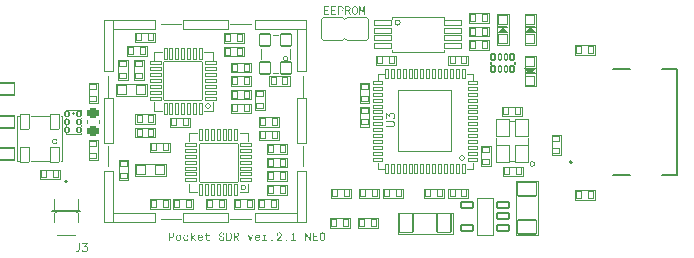
<source format=gto>
%TF.GenerationSoftware,KiCad,Pcbnew,7.0.7*%
%TF.CreationDate,2023-12-21T17:24:57+09:00*%
%TF.ProjectId,pocket_sdr_v2.1,706f636b-6574-45f7-9364-725f76322e31,rev?*%
%TF.SameCoordinates,Original*%
%TF.FileFunction,Legend,Top*%
%TF.FilePolarity,Positive*%
%FSLAX46Y46*%
G04 Gerber Fmt 4.6, Leading zero omitted, Abs format (unit mm)*
G04 Created by KiCad (PCBNEW 7.0.7) date 2023-12-21 17:24:57*
%MOMM*%
%LPD*%
G01*
G04 APERTURE LIST*
G04 Aperture macros list*
%AMRoundRect*
0 Rectangle with rounded corners*
0 $1 Rounding radius*
0 $2 $3 $4 $5 $6 $7 $8 $9 X,Y pos of 4 corners*
0 Add a 4 corners polygon primitive as box body*
4,1,4,$2,$3,$4,$5,$6,$7,$8,$9,$2,$3,0*
0 Add four circle primitives for the rounded corners*
1,1,$1+$1,$2,$3*
1,1,$1+$1,$4,$5*
1,1,$1+$1,$6,$7*
1,1,$1+$1,$8,$9*
0 Add four rect primitives between the rounded corners*
20,1,$1+$1,$2,$3,$4,$5,0*
20,1,$1+$1,$4,$5,$6,$7,0*
20,1,$1+$1,$6,$7,$8,$9,0*
20,1,$1+$1,$8,$9,$2,$3,0*%
G04 Aperture macros list end*
%ADD10C,0.097536*%
%ADD11C,0.101600*%
%ADD12C,0.127000*%
%ADD13C,0.200000*%
%ADD14C,0.120000*%
%ADD15C,1.409600*%
%ADD16RoundRect,0.050800X0.225000X0.300000X-0.225000X0.300000X-0.225000X-0.300000X0.225000X-0.300000X0*%
%ADD17RoundRect,0.050800X-0.225000X-0.300000X0.225000X-0.300000X0.225000X0.300000X-0.225000X0.300000X0*%
%ADD18RoundRect,0.050800X0.400000X-0.400000X0.400000X0.400000X-0.400000X0.400000X-0.400000X-0.400000X0*%
%ADD19RoundRect,0.050800X-0.400000X-0.400000X0.400000X-0.400000X0.400000X0.400000X-0.400000X0.400000X0*%
%ADD20RoundRect,0.050800X-0.725000X-0.200000X0.725000X-0.200000X0.725000X0.200000X-0.725000X0.200000X0*%
%ADD21RoundRect,0.050800X0.165000X-0.205000X0.165000X0.205000X-0.165000X0.205000X-0.165000X-0.205000X0*%
%ADD22RoundRect,0.050800X2.175000X0.400000X-2.175000X0.400000X-2.175000X-0.400000X2.175000X-0.400000X0*%
%ADD23RoundRect,0.050800X-1.900000X-0.400000X1.900000X-0.400000X1.900000X0.400000X-1.900000X0.400000X0*%
%ADD24RoundRect,0.050800X0.400000X-2.180000X0.400000X2.180000X-0.400000X2.180000X-0.400000X-2.180000X0*%
%ADD25RoundRect,0.050800X0.400000X-1.900000X0.400000X1.900000X-0.400000X1.900000X-0.400000X-1.900000X0*%
%ADD26C,4.701600*%
%ADD27RoundRect,0.050800X-0.300000X0.225000X-0.300000X-0.225000X0.300000X-0.225000X0.300000X0.225000X0*%
%ADD28RoundRect,0.050800X0.300000X-0.225000X0.300000X0.225000X-0.300000X0.225000X-0.300000X-0.225000X0*%
%ADD29RoundRect,0.050800X-0.400000X0.400000X-0.400000X-0.400000X0.400000X-0.400000X0.400000X0.400000X0*%
%ADD30RoundRect,0.050800X-0.600000X0.800000X-0.600000X-0.800000X0.600000X-0.800000X0.600000X0.800000X0*%
%ADD31RoundRect,0.050800X-0.800000X-0.600000X0.800000X-0.600000X0.800000X0.600000X-0.800000X0.600000X0*%
%ADD32RoundRect,0.050800X0.475000X0.130000X-0.475000X0.130000X-0.475000X-0.130000X0.475000X-0.130000X0*%
%ADD33RoundRect,0.050800X0.130000X-0.475000X0.130000X0.475000X-0.130000X0.475000X-0.130000X-0.475000X0*%
%ADD34RoundRect,0.050800X1.625000X-1.625000X1.625000X1.625000X-1.625000X1.625000X-1.625000X-1.625000X0*%
%ADD35RoundRect,0.050800X0.450000X0.500000X-0.450000X0.500000X-0.450000X-0.500000X0.450000X-0.500000X0*%
%ADD36RoundRect,0.050800X2.250000X-2.600000X2.250000X2.600000X-2.250000X2.600000X-2.250000X-2.600000X0*%
%ADD37RoundRect,0.050800X0.400000X0.125000X-0.400000X0.125000X-0.400000X-0.125000X0.400000X-0.125000X0*%
%ADD38RoundRect,0.050800X-0.125000X0.400000X-0.125000X-0.400000X0.125000X-0.400000X0.125000X0.400000X0*%
%ADD39RoundRect,0.050800X-0.400000X-0.125000X0.400000X-0.125000X0.400000X0.125000X-0.400000X0.125000X0*%
%ADD40RoundRect,0.050800X0.125000X-0.400000X0.125000X0.400000X-0.125000X0.400000X-0.125000X-0.400000X0*%
%ADD41RoundRect,0.050800X0.175000X0.250000X-0.175000X0.250000X-0.175000X-0.250000X0.175000X-0.250000X0*%
%ADD42RoundRect,0.050800X0.125000X0.250000X-0.125000X0.250000X-0.125000X-0.250000X0.125000X-0.250000X0*%
%ADD43RoundRect,0.050800X0.508000X0.254000X-0.508000X0.254000X-0.508000X-0.254000X0.508000X-0.254000X0*%
%ADD44R,2.500000X1.000000*%
%ADD45RoundRect,0.050800X0.381000X0.635000X-0.381000X0.635000X-0.381000X-0.635000X0.381000X-0.635000X0*%
%ADD46RoundRect,0.050800X0.575000X0.700000X-0.575000X0.700000X-0.575000X-0.700000X0.575000X-0.700000X0*%
%ADD47C,0.700000*%
%ADD48R,1.450000X0.600000*%
%ADD49R,1.450000X0.300000*%
%ADD50O,2.100000X1.050000*%
%ADD51RoundRect,0.225000X0.250000X-0.225000X0.250000X0.225000X-0.250000X0.225000X-0.250000X-0.225000X0*%
%ADD52RoundRect,0.050800X-2.000000X-0.500000X2.000000X-0.500000X2.000000X0.500000X-2.000000X0.500000X0*%
G04 APERTURE END LIST*
D10*
X156849530Y-105369131D02*
X157428553Y-105369131D01*
X157428553Y-105369131D02*
X157496673Y-105335070D01*
X157496673Y-105335070D02*
X157530734Y-105301010D01*
X157530734Y-105301010D02*
X157564794Y-105232890D01*
X157564794Y-105232890D02*
X157564794Y-105096649D01*
X157564794Y-105096649D02*
X157530734Y-105028529D01*
X157530734Y-105028529D02*
X157496673Y-104994468D01*
X157496673Y-104994468D02*
X157428553Y-104960408D01*
X157428553Y-104960408D02*
X156849530Y-104960408D01*
X156849530Y-104687927D02*
X156849530Y-104245144D01*
X156849530Y-104245144D02*
X157122011Y-104483566D01*
X157122011Y-104483566D02*
X157122011Y-104381385D01*
X157122011Y-104381385D02*
X157156071Y-104313265D01*
X157156071Y-104313265D02*
X157190132Y-104279205D01*
X157190132Y-104279205D02*
X157258252Y-104245144D01*
X157258252Y-104245144D02*
X157428553Y-104245144D01*
X157428553Y-104245144D02*
X157496673Y-104279205D01*
X157496673Y-104279205D02*
X157530734Y-104313265D01*
X157530734Y-104313265D02*
X157564794Y-104381385D01*
X157564794Y-104381385D02*
X157564794Y-104585746D01*
X157564794Y-104585746D02*
X157530734Y-104653867D01*
X157530734Y-104653867D02*
X157496673Y-104687927D01*
G36*
X138743919Y-114374085D02*
G01*
X138751391Y-114374271D01*
X138758720Y-114374582D01*
X138765905Y-114375016D01*
X138772946Y-114375575D01*
X138783241Y-114376646D01*
X138793212Y-114377997D01*
X138802861Y-114379627D01*
X138812188Y-114381537D01*
X138821192Y-114383726D01*
X138829874Y-114386194D01*
X138838234Y-114388942D01*
X138840948Y-114389920D01*
X138848929Y-114393010D01*
X138856624Y-114396318D01*
X138864034Y-114399844D01*
X138871158Y-114403588D01*
X138877996Y-114407550D01*
X138884549Y-114411730D01*
X138890816Y-114416128D01*
X138896797Y-114420744D01*
X138902493Y-114425578D01*
X138907904Y-114430630D01*
X138911352Y-114434119D01*
X138916333Y-114439522D01*
X138921056Y-114445119D01*
X138925521Y-114450909D01*
X138929728Y-114456892D01*
X138933677Y-114463069D01*
X138937368Y-114469440D01*
X138940801Y-114476004D01*
X138943977Y-114482761D01*
X138946894Y-114489712D01*
X138949553Y-114496857D01*
X138951183Y-114501727D01*
X138953431Y-114509121D01*
X138955458Y-114516629D01*
X138957263Y-114524250D01*
X138958848Y-114531985D01*
X138960211Y-114539834D01*
X138961354Y-114547796D01*
X138962275Y-114555872D01*
X138962975Y-114564061D01*
X138963454Y-114572365D01*
X138963712Y-114580781D01*
X138963761Y-114586456D01*
X138963651Y-114595132D01*
X138963319Y-114603671D01*
X138962766Y-114612071D01*
X138961992Y-114620333D01*
X138960997Y-114628457D01*
X138959781Y-114636443D01*
X138958344Y-114644291D01*
X138956686Y-114652000D01*
X138954807Y-114659571D01*
X138952706Y-114667004D01*
X138951183Y-114671883D01*
X138948696Y-114679031D01*
X138945950Y-114685999D01*
X138942947Y-114692785D01*
X138939686Y-114699390D01*
X138936166Y-114705813D01*
X138932389Y-114712056D01*
X138928354Y-114718117D01*
X138924061Y-114723998D01*
X138919510Y-114729697D01*
X138914701Y-114735214D01*
X138911352Y-114738792D01*
X138906132Y-114743990D01*
X138900626Y-114748969D01*
X138894835Y-114753731D01*
X138888758Y-114758274D01*
X138882396Y-114762599D01*
X138875748Y-114766707D01*
X138868815Y-114770596D01*
X138861596Y-114774267D01*
X138854091Y-114777720D01*
X138846301Y-114780955D01*
X138840948Y-114782991D01*
X138832696Y-114785832D01*
X138824122Y-114788394D01*
X138815225Y-114790676D01*
X138806006Y-114792679D01*
X138796464Y-114794402D01*
X138786600Y-114795846D01*
X138776414Y-114797010D01*
X138769443Y-114797631D01*
X138762330Y-114798128D01*
X138755073Y-114798500D01*
X138747673Y-114798749D01*
X138740130Y-114798873D01*
X138736304Y-114798889D01*
X138586413Y-114798889D01*
X138586413Y-115078406D01*
X138509022Y-115078406D01*
X138509022Y-114441107D01*
X138586413Y-114441107D01*
X138586413Y-114731804D01*
X138736304Y-114731804D01*
X138743768Y-114731703D01*
X138751026Y-114731399D01*
X138758078Y-114730892D01*
X138767161Y-114729902D01*
X138775878Y-114728550D01*
X138784230Y-114726839D01*
X138792215Y-114724767D01*
X138799835Y-114722335D01*
X138805310Y-114720274D01*
X138812292Y-114717228D01*
X138818915Y-114713942D01*
X138825176Y-114710415D01*
X138831078Y-114706648D01*
X138837948Y-114701601D01*
X138844255Y-114696180D01*
X138850000Y-114690383D01*
X138851081Y-114689178D01*
X138856209Y-114682902D01*
X138860894Y-114676301D01*
X138865135Y-114669376D01*
X138868933Y-114662127D01*
X138872287Y-114654554D01*
X138875197Y-114646657D01*
X138876237Y-114643407D01*
X138878553Y-114635061D01*
X138880122Y-114628237D01*
X138881441Y-114621282D01*
X138882508Y-114614196D01*
X138883324Y-114606979D01*
X138883889Y-114599630D01*
X138884203Y-114592151D01*
X138884274Y-114586456D01*
X138884148Y-114579118D01*
X138883771Y-114571868D01*
X138883143Y-114564706D01*
X138882265Y-114557630D01*
X138881134Y-114550642D01*
X138879753Y-114543742D01*
X138878121Y-114536929D01*
X138876237Y-114530203D01*
X138873504Y-114521979D01*
X138870328Y-114514122D01*
X138866708Y-114506631D01*
X138862644Y-114499508D01*
X138858136Y-114492751D01*
X138853185Y-114486361D01*
X138851081Y-114483908D01*
X138845449Y-114477990D01*
X138839255Y-114472464D01*
X138832497Y-114467330D01*
X138825176Y-114462589D01*
X138818915Y-114459079D01*
X138812292Y-114455820D01*
X138805310Y-114452812D01*
X138797964Y-114450068D01*
X138790253Y-114447691D01*
X138782176Y-114445679D01*
X138773733Y-114444033D01*
X138764925Y-114442753D01*
X138755750Y-114441838D01*
X138748629Y-114441393D01*
X138741303Y-114441152D01*
X138736304Y-114441107D01*
X138586413Y-114441107D01*
X138509022Y-114441107D01*
X138509022Y-114374023D01*
X138736304Y-114374023D01*
X138743919Y-114374085D01*
G37*
G36*
X139329885Y-114541891D02*
G01*
X139338925Y-114542366D01*
X139347966Y-114543158D01*
X139357007Y-114544266D01*
X139366047Y-114545691D01*
X139375088Y-114547432D01*
X139384129Y-114549491D01*
X139390909Y-114551242D01*
X139393169Y-114551865D01*
X139399919Y-114553891D01*
X139406544Y-114556169D01*
X139415180Y-114559597D01*
X139423593Y-114563473D01*
X139431782Y-114567797D01*
X139439747Y-114572568D01*
X139445574Y-114576441D01*
X139451275Y-114580565D01*
X139456851Y-114584941D01*
X139458681Y-114586456D01*
X139464054Y-114591139D01*
X139469234Y-114596084D01*
X139474221Y-114601289D01*
X139479014Y-114606756D01*
X139483614Y-114612484D01*
X139488020Y-114618472D01*
X139492233Y-114624722D01*
X139496252Y-114631233D01*
X139500078Y-114638005D01*
X139503710Y-114645037D01*
X139506024Y-114649871D01*
X139509271Y-114657341D01*
X139512199Y-114665143D01*
X139514807Y-114673277D01*
X139517096Y-114681743D01*
X139519065Y-114690540D01*
X139520715Y-114699668D01*
X139522046Y-114709128D01*
X139523057Y-114718920D01*
X139523749Y-114729044D01*
X139524122Y-114739499D01*
X139524193Y-114746654D01*
X139524193Y-114884665D01*
X139524122Y-114891820D01*
X139523909Y-114898829D01*
X139523323Y-114909069D01*
X139522418Y-114918981D01*
X139521194Y-114928563D01*
X139519651Y-114937817D01*
X139517788Y-114946743D01*
X139515605Y-114955340D01*
X139513104Y-114963608D01*
X139510282Y-114971548D01*
X139507142Y-114979159D01*
X139506024Y-114981623D01*
X139502521Y-114988800D01*
X139498824Y-114995722D01*
X139494934Y-115002389D01*
X139490850Y-115008802D01*
X139486573Y-115014960D01*
X139482102Y-115020862D01*
X139477438Y-115026510D01*
X139472580Y-115031903D01*
X139467529Y-115037041D01*
X139462285Y-115041924D01*
X139458681Y-115045038D01*
X139453148Y-115049467D01*
X139447489Y-115053647D01*
X139441704Y-115057578D01*
X139433794Y-115062433D01*
X139425661Y-115066845D01*
X139417305Y-115070816D01*
X139408724Y-115074344D01*
X139402142Y-115076699D01*
X139395433Y-115078807D01*
X139393169Y-115079454D01*
X139386389Y-115081264D01*
X139377348Y-115083402D01*
X139368307Y-115085222D01*
X139359267Y-115086727D01*
X139350226Y-115087914D01*
X139341186Y-115088785D01*
X139332145Y-115089339D01*
X139323104Y-115089576D01*
X139320844Y-115089586D01*
X139311801Y-115089428D01*
X139302752Y-115088953D01*
X139293698Y-115088161D01*
X139284638Y-115087053D01*
X139275573Y-115085628D01*
X139266502Y-115083887D01*
X139257426Y-115081828D01*
X139250615Y-115080077D01*
X139248344Y-115079454D01*
X139241625Y-115077429D01*
X139232858Y-115074344D01*
X139224308Y-115070816D01*
X139215977Y-115066845D01*
X139207865Y-115062433D01*
X139199971Y-115057578D01*
X139194193Y-115053647D01*
X139188539Y-115049467D01*
X139183007Y-115045038D01*
X139177634Y-115040325D01*
X139172454Y-115035357D01*
X139167467Y-115030134D01*
X139162674Y-115024656D01*
X139158074Y-115018923D01*
X139153668Y-115012935D01*
X139149456Y-115006693D01*
X139145436Y-115000195D01*
X139141611Y-114993443D01*
X139137978Y-114986436D01*
X139135664Y-114981623D01*
X139132448Y-114974121D01*
X139129549Y-114966291D01*
X139126966Y-114958132D01*
X139124699Y-114949645D01*
X139122749Y-114940829D01*
X139121114Y-114931684D01*
X139119796Y-114922211D01*
X139118795Y-114912410D01*
X139118110Y-114902279D01*
X139117741Y-114891820D01*
X139117701Y-114887810D01*
X139193140Y-114887810D01*
X139193304Y-114896032D01*
X139193795Y-114904013D01*
X139194614Y-114911754D01*
X139195760Y-114919256D01*
X139197234Y-114926516D01*
X139199036Y-114933537D01*
X139201165Y-114940318D01*
X139203622Y-114946858D01*
X139207072Y-114954615D01*
X139210872Y-114961946D01*
X139215022Y-114968850D01*
X139219522Y-114975328D01*
X139224371Y-114981379D01*
X139229571Y-114987004D01*
X139231748Y-114989135D01*
X139237394Y-114994121D01*
X139243305Y-114998706D01*
X139249480Y-115002890D01*
X139255919Y-115006673D01*
X139262623Y-115010055D01*
X139269591Y-115013036D01*
X139272453Y-115014117D01*
X139279761Y-115016532D01*
X139287162Y-115018539D01*
X139294658Y-115020135D01*
X139302247Y-115021323D01*
X139309930Y-115022101D01*
X139317707Y-115022469D01*
X139320844Y-115022502D01*
X139328654Y-115022297D01*
X139336362Y-115021683D01*
X139343968Y-115020660D01*
X139351471Y-115019227D01*
X139358872Y-115017384D01*
X139366170Y-115015132D01*
X139369061Y-115014117D01*
X139376185Y-115011296D01*
X139383037Y-115008074D01*
X139389615Y-115004451D01*
X139395921Y-115000427D01*
X139401953Y-114996003D01*
X139407713Y-114991177D01*
X139409940Y-114989135D01*
X139415279Y-114983681D01*
X139420269Y-114977800D01*
X139424908Y-114971493D01*
X139429198Y-114964759D01*
X139433138Y-114957599D01*
X139436728Y-114950012D01*
X139438067Y-114946858D01*
X139440564Y-114940318D01*
X139442729Y-114933537D01*
X139444560Y-114926516D01*
X139446059Y-114919256D01*
X139447225Y-114911754D01*
X139448057Y-114904013D01*
X139448557Y-114896032D01*
X139448723Y-114887810D01*
X139448723Y-114743509D01*
X139448557Y-114735290D01*
X139448057Y-114727317D01*
X139447225Y-114719589D01*
X139446059Y-114712107D01*
X139444560Y-114704871D01*
X139442729Y-114697880D01*
X139440564Y-114691135D01*
X139438067Y-114684636D01*
X139434616Y-114676833D01*
X139430816Y-114669473D01*
X139426666Y-114662556D01*
X139422166Y-114656084D01*
X139417317Y-114650055D01*
X139412118Y-114644469D01*
X139409940Y-114642359D01*
X139404290Y-114637323D01*
X139398366Y-114632696D01*
X139392170Y-114628479D01*
X139385701Y-114624671D01*
X139378959Y-114621272D01*
X139371943Y-114618283D01*
X139369061Y-114617202D01*
X139361803Y-114614787D01*
X139354443Y-114612780D01*
X139346981Y-114611184D01*
X139339417Y-114609996D01*
X139331750Y-114609218D01*
X139323981Y-114608850D01*
X139320844Y-114608817D01*
X139313030Y-114609022D01*
X139305309Y-114609636D01*
X139297682Y-114610659D01*
X139290149Y-114612093D01*
X139282710Y-114613935D01*
X139275365Y-114616187D01*
X139272453Y-114617202D01*
X139265379Y-114620028D01*
X139258569Y-114623262D01*
X139252024Y-114626906D01*
X139245743Y-114630960D01*
X139239727Y-114635423D01*
X139233975Y-114640295D01*
X139231748Y-114642359D01*
X139226409Y-114647767D01*
X139221420Y-114653619D01*
X139216780Y-114659914D01*
X139212490Y-114666653D01*
X139208550Y-114673835D01*
X139204960Y-114681461D01*
X139203622Y-114684636D01*
X139200602Y-114692798D01*
X139198555Y-114699605D01*
X139196835Y-114706657D01*
X139195443Y-114713955D01*
X139194378Y-114721498D01*
X139193641Y-114729287D01*
X139193232Y-114737322D01*
X139193140Y-114743509D01*
X139193140Y-114887810D01*
X139117701Y-114887810D01*
X139117670Y-114884665D01*
X139117670Y-114746654D01*
X139117741Y-114739499D01*
X139117951Y-114732492D01*
X139118531Y-114722258D01*
X139119427Y-114712356D01*
X139120640Y-114702785D01*
X139122169Y-114693546D01*
X139124014Y-114684638D01*
X139126175Y-114676062D01*
X139128653Y-114667818D01*
X139131447Y-114659905D01*
X139134557Y-114652324D01*
X139135664Y-114649871D01*
X139139167Y-114642664D01*
X139142864Y-114635718D01*
X139146755Y-114629034D01*
X139150838Y-114622610D01*
X139155116Y-114616447D01*
X139159586Y-114610546D01*
X139164250Y-114604905D01*
X139169108Y-114599525D01*
X139174159Y-114594407D01*
X139179403Y-114589549D01*
X139183007Y-114586456D01*
X139188539Y-114581996D01*
X139194193Y-114577788D01*
X139199971Y-114573831D01*
X139207865Y-114568948D01*
X139215977Y-114564512D01*
X139224308Y-114560524D01*
X139232858Y-114556984D01*
X139241625Y-114553891D01*
X139248344Y-114551865D01*
X139255156Y-114550055D01*
X139261965Y-114548422D01*
X139271038Y-114546522D01*
X139280106Y-114544939D01*
X139289169Y-114543672D01*
X139298226Y-114542722D01*
X139307277Y-114542089D01*
X139316323Y-114541772D01*
X139320844Y-114541733D01*
X139329885Y-114541891D01*
G37*
G36*
X139932462Y-114541733D02*
G01*
X139941022Y-114541864D01*
X139949583Y-114542257D01*
X139958143Y-114542912D01*
X139966703Y-114543829D01*
X139975263Y-114545008D01*
X139983823Y-114546450D01*
X139992384Y-114548153D01*
X140000944Y-114550118D01*
X140009417Y-114552384D01*
X140017715Y-114554988D01*
X140025838Y-114557931D01*
X140033787Y-114561212D01*
X140041561Y-114564831D01*
X140049161Y-114568789D01*
X140056585Y-114573086D01*
X140063835Y-114577721D01*
X140070848Y-114582711D01*
X140077560Y-114588159D01*
X140083972Y-114594066D01*
X140090084Y-114600431D01*
X140095895Y-114607256D01*
X140101406Y-114614538D01*
X140106617Y-114622280D01*
X140110328Y-114628387D01*
X140111528Y-114630480D01*
X140114997Y-114636947D01*
X140118200Y-114643707D01*
X140121135Y-114650758D01*
X140123803Y-114658101D01*
X140126204Y-114665736D01*
X140128338Y-114673662D01*
X140130204Y-114681880D01*
X140131804Y-114690390D01*
X140133136Y-114699192D01*
X140134201Y-114708285D01*
X140134763Y-114714509D01*
X140058245Y-114714509D01*
X140056491Y-114704727D01*
X140054243Y-114695427D01*
X140051500Y-114686609D01*
X140048263Y-114678273D01*
X140044531Y-114670419D01*
X140040305Y-114663048D01*
X140035584Y-114656158D01*
X140030370Y-114649751D01*
X140024660Y-114643826D01*
X140018457Y-114638383D01*
X140014046Y-114635022D01*
X140007184Y-114630339D01*
X140000160Y-114626116D01*
X139992972Y-114622354D01*
X139985622Y-114619053D01*
X139978109Y-114616213D01*
X139970434Y-114613833D01*
X139962595Y-114611913D01*
X139954594Y-114610455D01*
X139946430Y-114609457D01*
X139938104Y-114608919D01*
X139932462Y-114608817D01*
X139924648Y-114609022D01*
X139916927Y-114609636D01*
X139909300Y-114610659D01*
X139901767Y-114612093D01*
X139894328Y-114613935D01*
X139886983Y-114616187D01*
X139884071Y-114617202D01*
X139876997Y-114620028D01*
X139870187Y-114623262D01*
X139863642Y-114626906D01*
X139857361Y-114630960D01*
X139851345Y-114635423D01*
X139845593Y-114640295D01*
X139843366Y-114642359D01*
X139838073Y-114647767D01*
X139833113Y-114653619D01*
X139828485Y-114659914D01*
X139824190Y-114666653D01*
X139820228Y-114673835D01*
X139816598Y-114681461D01*
X139815240Y-114684636D01*
X139812220Y-114692798D01*
X139810173Y-114699605D01*
X139808453Y-114706657D01*
X139807061Y-114713955D01*
X139805996Y-114721498D01*
X139805259Y-114729287D01*
X139804850Y-114737322D01*
X139804758Y-114743509D01*
X139804758Y-114887810D01*
X139804922Y-114896032D01*
X139805413Y-114904013D01*
X139806232Y-114911754D01*
X139807378Y-114919256D01*
X139808852Y-114926516D01*
X139810654Y-114933537D01*
X139812783Y-114940318D01*
X139815240Y-114946858D01*
X139818736Y-114954615D01*
X139822566Y-114961946D01*
X139826727Y-114968850D01*
X139831222Y-114975328D01*
X139836049Y-114981379D01*
X139841209Y-114987004D01*
X139843366Y-114989135D01*
X139849012Y-114994121D01*
X139854923Y-114998706D01*
X139861098Y-115002890D01*
X139867537Y-115006673D01*
X139874241Y-115010055D01*
X139881209Y-115013036D01*
X139884071Y-115014117D01*
X139891379Y-115016532D01*
X139898780Y-115018539D01*
X139906276Y-115020135D01*
X139913865Y-115021323D01*
X139921548Y-115022101D01*
X139929325Y-115022469D01*
X139932462Y-115022502D01*
X139940897Y-115022272D01*
X139949170Y-115021581D01*
X139957279Y-115020429D01*
X139965226Y-115018817D01*
X139973010Y-115016744D01*
X139980632Y-115014211D01*
X139988090Y-115011217D01*
X139995386Y-115007762D01*
X140002519Y-115003847D01*
X140009490Y-114999471D01*
X140014046Y-114996297D01*
X140020580Y-114991146D01*
X140026618Y-114985519D01*
X140032163Y-114979415D01*
X140037213Y-114972836D01*
X140041768Y-114965781D01*
X140045830Y-114958249D01*
X140049397Y-114950242D01*
X140052469Y-114941759D01*
X140055047Y-114932800D01*
X140057131Y-114923364D01*
X140058245Y-114916810D01*
X140134763Y-114916810D01*
X140133876Y-114926098D01*
X140132722Y-114935094D01*
X140131300Y-114943798D01*
X140129612Y-114952211D01*
X140127656Y-114960332D01*
X140125433Y-114968161D01*
X140122943Y-114975698D01*
X140120186Y-114982944D01*
X140117162Y-114989898D01*
X140113871Y-114996560D01*
X140111528Y-115000840D01*
X140107873Y-115007034D01*
X140104049Y-115012974D01*
X140098688Y-115020496D01*
X140093027Y-115027566D01*
X140087065Y-115034183D01*
X140080803Y-115040347D01*
X140074241Y-115046057D01*
X140067379Y-115051314D01*
X140063835Y-115053773D01*
X140056585Y-115058367D01*
X140049161Y-115062628D01*
X140041561Y-115066556D01*
X140033787Y-115070151D01*
X140025838Y-115073413D01*
X140017715Y-115076342D01*
X140009417Y-115078938D01*
X140000944Y-115081201D01*
X139992384Y-115083166D01*
X139983823Y-115084869D01*
X139975263Y-115086311D01*
X139966703Y-115087490D01*
X139958143Y-115088407D01*
X139949583Y-115089062D01*
X139941022Y-115089455D01*
X139932462Y-115089586D01*
X139923419Y-115089428D01*
X139914370Y-115088953D01*
X139905316Y-115088161D01*
X139896256Y-115087053D01*
X139887191Y-115085628D01*
X139878120Y-115083887D01*
X139869044Y-115081828D01*
X139862233Y-115080077D01*
X139859963Y-115079454D01*
X139853243Y-115077434D01*
X139844476Y-115074369D01*
X139835927Y-115070877D01*
X139827596Y-115066960D01*
X139819483Y-115062617D01*
X139811589Y-115057849D01*
X139803913Y-115052654D01*
X139798300Y-115048479D01*
X139794625Y-115045562D01*
X139789252Y-115040938D01*
X139784072Y-115036041D01*
X139779085Y-115030870D01*
X139774292Y-115025426D01*
X139769693Y-115019708D01*
X139765286Y-115013717D01*
X139761074Y-115007453D01*
X139757054Y-115000916D01*
X139753229Y-114994105D01*
X139749596Y-114987021D01*
X139747282Y-114982147D01*
X139744067Y-114974552D01*
X139741167Y-114966637D01*
X139738584Y-114958403D01*
X139736317Y-114949850D01*
X139734367Y-114940977D01*
X139732732Y-114931785D01*
X139731415Y-114922273D01*
X139730413Y-114912442D01*
X139729728Y-114902292D01*
X139729359Y-114891822D01*
X139729288Y-114884665D01*
X139729288Y-114746654D01*
X139729359Y-114739499D01*
X139729569Y-114732492D01*
X139730149Y-114722258D01*
X139731046Y-114712356D01*
X139732258Y-114702785D01*
X139733787Y-114693546D01*
X139735632Y-114684638D01*
X139737793Y-114676062D01*
X139740271Y-114667818D01*
X139743065Y-114659905D01*
X139746175Y-114652324D01*
X139747282Y-114649871D01*
X139750786Y-114642664D01*
X139754482Y-114635718D01*
X139758373Y-114629034D01*
X139762456Y-114622610D01*
X139766734Y-114616447D01*
X139771204Y-114610546D01*
X139775868Y-114604905D01*
X139780726Y-114599525D01*
X139785777Y-114594407D01*
X139791022Y-114589549D01*
X139794625Y-114586456D01*
X139800157Y-114581996D01*
X139805812Y-114577788D01*
X139811589Y-114573831D01*
X139819483Y-114568948D01*
X139827596Y-114564512D01*
X139835927Y-114560524D01*
X139844476Y-114556984D01*
X139853243Y-114553891D01*
X139859963Y-114551865D01*
X139866774Y-114550055D01*
X139873583Y-114548422D01*
X139882656Y-114546522D01*
X139891724Y-114544939D01*
X139900787Y-114543672D01*
X139909844Y-114542722D01*
X139918895Y-114542089D01*
X139927941Y-114541772D01*
X139932462Y-114541733D01*
G37*
G36*
X140430527Y-114809545D02*
G01*
X140656935Y-114564094D01*
X140750399Y-114564094D01*
X140563297Y-114765346D01*
X140777652Y-115078406D01*
X140689080Y-115078406D01*
X140511936Y-114817756D01*
X140430527Y-114906328D01*
X140430527Y-115078406D01*
X140355057Y-115078406D01*
X140355057Y-114374023D01*
X140430527Y-114374023D01*
X140430527Y-114809545D01*
G37*
G36*
X141156878Y-114541891D02*
G01*
X141165918Y-114542366D01*
X141174959Y-114543158D01*
X141184000Y-114544266D01*
X141193040Y-114545691D01*
X141202081Y-114547432D01*
X141211121Y-114549491D01*
X141217902Y-114551242D01*
X141220162Y-114551865D01*
X141226912Y-114553858D01*
X141233537Y-114556103D01*
X141242173Y-114559488D01*
X141250586Y-114563320D01*
X141258775Y-114567600D01*
X141266740Y-114572328D01*
X141274482Y-114577504D01*
X141280141Y-114581679D01*
X141285674Y-114586106D01*
X141291046Y-114590755D01*
X141296221Y-114595663D01*
X141301200Y-114600828D01*
X141305983Y-114606251D01*
X141310568Y-114611932D01*
X141314958Y-114617871D01*
X141319150Y-114624068D01*
X141323147Y-114630523D01*
X141326946Y-114637236D01*
X141330549Y-114644207D01*
X141332842Y-114648998D01*
X141336089Y-114656401D01*
X141339017Y-114664133D01*
X141341625Y-114672193D01*
X141343914Y-114680582D01*
X141345883Y-114689300D01*
X141347533Y-114698346D01*
X141348864Y-114707721D01*
X141349875Y-114717425D01*
X141350567Y-114727457D01*
X141350940Y-114737817D01*
X141351011Y-114744907D01*
X141351011Y-114832431D01*
X141019958Y-114832431D01*
X141019958Y-114885539D01*
X141020122Y-114893889D01*
X141020613Y-114901993D01*
X141021432Y-114909852D01*
X141022578Y-114917465D01*
X141024052Y-114924832D01*
X141025854Y-114931954D01*
X141027983Y-114938830D01*
X141030440Y-114945460D01*
X141033941Y-114953377D01*
X141037783Y-114960859D01*
X141041966Y-114967906D01*
X141046490Y-114974517D01*
X141051356Y-114980694D01*
X141056563Y-114986436D01*
X141058741Y-114988611D01*
X141064387Y-114993701D01*
X141070298Y-114998383D01*
X141076473Y-115002655D01*
X141082912Y-115006517D01*
X141089616Y-115009970D01*
X141096584Y-115013014D01*
X141099446Y-115014117D01*
X141106753Y-115016532D01*
X141114155Y-115018539D01*
X141121651Y-115020135D01*
X141129240Y-115021323D01*
X141136923Y-115022101D01*
X141144700Y-115022469D01*
X141147837Y-115022502D01*
X141156232Y-115022273D01*
X141164448Y-115021587D01*
X141172487Y-115020443D01*
X141180347Y-115018842D01*
X141188030Y-115016783D01*
X141195534Y-115014266D01*
X141202860Y-115011292D01*
X141210008Y-115007860D01*
X141216978Y-115003971D01*
X141223769Y-114999624D01*
X141228198Y-114996472D01*
X141234585Y-114991344D01*
X141240510Y-114985722D01*
X141245975Y-114979605D01*
X141250980Y-114972994D01*
X141255524Y-114965889D01*
X141259607Y-114958289D01*
X141263230Y-114950195D01*
X141266392Y-114941606D01*
X141269093Y-114932523D01*
X141271334Y-114922945D01*
X141272571Y-114916286D01*
X141350137Y-114916286D01*
X141349059Y-114925225D01*
X141347722Y-114933898D01*
X141346127Y-114942304D01*
X141344274Y-114950442D01*
X141342163Y-114958313D01*
X141339795Y-114965917D01*
X141337168Y-114973254D01*
X141334284Y-114980323D01*
X141331141Y-114987126D01*
X141327741Y-114993661D01*
X141325330Y-114997870D01*
X141321586Y-115003984D01*
X141317692Y-115009881D01*
X141312265Y-115017404D01*
X141306571Y-115024539D01*
X141300610Y-115031287D01*
X141294381Y-115037647D01*
X141287884Y-115043619D01*
X141281120Y-115049204D01*
X141277638Y-115051851D01*
X141270519Y-115056817D01*
X141263225Y-115061405D01*
X141255757Y-115065617D01*
X141248114Y-115069452D01*
X141240296Y-115072911D01*
X141232304Y-115075992D01*
X141224136Y-115078698D01*
X141215795Y-115081026D01*
X141207357Y-115083032D01*
X141198903Y-115084771D01*
X141190433Y-115086242D01*
X141181947Y-115087446D01*
X141173444Y-115088382D01*
X141164925Y-115089051D01*
X141156389Y-115089452D01*
X141147837Y-115089586D01*
X141138755Y-115089428D01*
X141129679Y-115088953D01*
X141120609Y-115088161D01*
X141111543Y-115087053D01*
X141102484Y-115085628D01*
X141093429Y-115083887D01*
X141084381Y-115081828D01*
X141077598Y-115080077D01*
X141075337Y-115079454D01*
X141068618Y-115077429D01*
X141059851Y-115074344D01*
X141051301Y-115070816D01*
X141042970Y-115066845D01*
X141034858Y-115062433D01*
X141026964Y-115057578D01*
X141021186Y-115053647D01*
X141015532Y-115049467D01*
X141010000Y-115045038D01*
X141004627Y-115040325D01*
X140999447Y-115035357D01*
X140994460Y-115030134D01*
X140989667Y-115024656D01*
X140985067Y-115018923D01*
X140980661Y-115012935D01*
X140976448Y-115006693D01*
X140972429Y-115000195D01*
X140968603Y-114993443D01*
X140964971Y-114986436D01*
X140962657Y-114981623D01*
X140959410Y-114974121D01*
X140956483Y-114966291D01*
X140953874Y-114958132D01*
X140951586Y-114949645D01*
X140949616Y-114940829D01*
X140947966Y-114931684D01*
X140946635Y-114922211D01*
X140945624Y-114912410D01*
X140944932Y-114902279D01*
X140944559Y-114891820D01*
X140944488Y-114884665D01*
X140944488Y-114765346D01*
X141019958Y-114765346D01*
X141275541Y-114765346D01*
X141275541Y-114745256D01*
X141275375Y-114736909D01*
X141274875Y-114728813D01*
X141274043Y-114720968D01*
X141272877Y-114713374D01*
X141271379Y-114706031D01*
X141269547Y-114698939D01*
X141267382Y-114692099D01*
X141264885Y-114685509D01*
X141261434Y-114677647D01*
X141257634Y-114670220D01*
X141253484Y-114663228D01*
X141248985Y-114656671D01*
X141244135Y-114650548D01*
X141238936Y-114644861D01*
X141236758Y-114642708D01*
X141231158Y-114637622D01*
X141225277Y-114632953D01*
X141219114Y-114628703D01*
X141212669Y-114624870D01*
X141205943Y-114621455D01*
X141198936Y-114618459D01*
X141196054Y-114617377D01*
X141188796Y-114614911D01*
X141181436Y-114612863D01*
X141173974Y-114611233D01*
X141166410Y-114610021D01*
X141158743Y-114609227D01*
X141150973Y-114608850D01*
X141147837Y-114608817D01*
X141140023Y-114609026D01*
X141132302Y-114609653D01*
X141124675Y-114610698D01*
X141117142Y-114612161D01*
X141109703Y-114614042D01*
X141102358Y-114616341D01*
X141099446Y-114617377D01*
X141092372Y-114620207D01*
X141085562Y-114623454D01*
X141079017Y-114627119D01*
X141072736Y-114631203D01*
X141066720Y-114635704D01*
X141060968Y-114640624D01*
X141058741Y-114642708D01*
X141053398Y-114648221D01*
X141048396Y-114654170D01*
X141043735Y-114660553D01*
X141039415Y-114667371D01*
X141035437Y-114674624D01*
X141031799Y-114682312D01*
X141030440Y-114685509D01*
X141027983Y-114692099D01*
X141025854Y-114698939D01*
X141024052Y-114706031D01*
X141022578Y-114713374D01*
X141021432Y-114720968D01*
X141020613Y-114728813D01*
X141020122Y-114736909D01*
X141019958Y-114745256D01*
X141019958Y-114765346D01*
X140944488Y-114765346D01*
X140944488Y-114746654D01*
X140944559Y-114739499D01*
X140944772Y-114732492D01*
X140945358Y-114722258D01*
X140946263Y-114712356D01*
X140947487Y-114702785D01*
X140949031Y-114693546D01*
X140950894Y-114684638D01*
X140953076Y-114676062D01*
X140955578Y-114667818D01*
X140958399Y-114659905D01*
X140961539Y-114652324D01*
X140962657Y-114649871D01*
X140966160Y-114642664D01*
X140969857Y-114635718D01*
X140973747Y-114629034D01*
X140977831Y-114622610D01*
X140982108Y-114616447D01*
X140986579Y-114610546D01*
X140991243Y-114604905D01*
X140996101Y-114599525D01*
X141001152Y-114594407D01*
X141006396Y-114589549D01*
X141010000Y-114586456D01*
X141015532Y-114581996D01*
X141021186Y-114577788D01*
X141026964Y-114573831D01*
X141034858Y-114568948D01*
X141042970Y-114564512D01*
X141051301Y-114560524D01*
X141059851Y-114556984D01*
X141068618Y-114553891D01*
X141075337Y-114551865D01*
X141082119Y-114550055D01*
X141091167Y-114547917D01*
X141100220Y-114546097D01*
X141109278Y-114544593D01*
X141118342Y-114543405D01*
X141127411Y-114542534D01*
X141136486Y-114541980D01*
X141145566Y-114541743D01*
X141147837Y-114541733D01*
X141156878Y-114541891D01*
G37*
G36*
X141744431Y-114965376D02*
G01*
X141744687Y-114972975D01*
X141745670Y-114981115D01*
X141747389Y-114988186D01*
X141750327Y-114995085D01*
X141754913Y-115001189D01*
X141761268Y-115005622D01*
X141768512Y-115008462D01*
X141775972Y-115010124D01*
X141783071Y-115010965D01*
X141790971Y-115011312D01*
X141792648Y-115011321D01*
X141962804Y-115011321D01*
X141962804Y-115078406D01*
X141792648Y-115078406D01*
X141783801Y-115078296D01*
X141775342Y-115077969D01*
X141767270Y-115077423D01*
X141759586Y-115076659D01*
X141752290Y-115075676D01*
X141745381Y-115074475D01*
X141737290Y-115072666D01*
X141732726Y-115071418D01*
X141725574Y-115069000D01*
X141718856Y-115066224D01*
X141712574Y-115063090D01*
X141705609Y-115058857D01*
X141699271Y-115054107D01*
X141694467Y-115049755D01*
X141689343Y-115043939D01*
X141684845Y-115037496D01*
X141680974Y-115030427D01*
X141677729Y-115022731D01*
X141675504Y-115015840D01*
X141674377Y-115011496D01*
X141672817Y-115003841D01*
X141671521Y-114995726D01*
X141670490Y-114987149D01*
X141669855Y-114979957D01*
X141669390Y-114972469D01*
X141669094Y-114964687D01*
X141668967Y-114956610D01*
X141668962Y-114954545D01*
X141668962Y-114631178D01*
X141520992Y-114631178D01*
X141520992Y-114564094D01*
X141668962Y-114564094D01*
X141668962Y-114441107D01*
X141744431Y-114441107D01*
X141744431Y-114564094D01*
X141962804Y-114564094D01*
X141962804Y-114631178D01*
X141744431Y-114631178D01*
X141744431Y-114965376D01*
G37*
G36*
X142973782Y-115089586D02*
G01*
X142964781Y-115089454D01*
X142955924Y-115089058D01*
X142947211Y-115088398D01*
X142938643Y-115087473D01*
X142930219Y-115086285D01*
X142921939Y-115084832D01*
X142913804Y-115083116D01*
X142905813Y-115081135D01*
X142897967Y-115078890D01*
X142890264Y-115076381D01*
X142885210Y-115074562D01*
X142877768Y-115071632D01*
X142870511Y-115068474D01*
X142863437Y-115065089D01*
X142856548Y-115061476D01*
X142849844Y-115057637D01*
X142843323Y-115053570D01*
X142836987Y-115049276D01*
X142830835Y-115044754D01*
X142824867Y-115040006D01*
X142819084Y-115035030D01*
X142815331Y-115031586D01*
X142809863Y-115026204D01*
X142804599Y-115020603D01*
X142799537Y-115014784D01*
X142794678Y-115008747D01*
X142790021Y-115002493D01*
X142785568Y-114996020D01*
X142781317Y-114989329D01*
X142777268Y-114982420D01*
X142773422Y-114975293D01*
X142769779Y-114967948D01*
X142767463Y-114962930D01*
X142764181Y-114955248D01*
X142761148Y-114947400D01*
X142758363Y-114939386D01*
X142755827Y-114931206D01*
X142753539Y-114922860D01*
X142751501Y-114914349D01*
X142749711Y-114905672D01*
X142748170Y-114896829D01*
X142746878Y-114887820D01*
X142745834Y-114878645D01*
X142745277Y-114872436D01*
X142824764Y-114872436D01*
X142826025Y-114881347D01*
X142827538Y-114889996D01*
X142829301Y-114898385D01*
X142831315Y-114906513D01*
X142833581Y-114914381D01*
X142836098Y-114921988D01*
X142838866Y-114929334D01*
X142841885Y-114936420D01*
X142845155Y-114943244D01*
X142848676Y-114949809D01*
X142852448Y-114956112D01*
X142856472Y-114962155D01*
X142860747Y-114967937D01*
X142865272Y-114973458D01*
X142870049Y-114978719D01*
X142875077Y-114983719D01*
X142880294Y-114988415D01*
X142888358Y-114994892D01*
X142896707Y-115000687D01*
X142905342Y-115005800D01*
X142914262Y-115010231D01*
X142923468Y-115013980D01*
X142932960Y-115017048D01*
X142942737Y-115019434D01*
X142952800Y-115021139D01*
X142963148Y-115022161D01*
X142970205Y-115022464D01*
X142973782Y-115022502D01*
X142981226Y-115022388D01*
X142988489Y-115022046D01*
X142995573Y-115021476D01*
X143005860Y-115020194D01*
X143015742Y-115018399D01*
X143025219Y-115016092D01*
X143034290Y-115013271D01*
X143042956Y-115009938D01*
X143051217Y-115006091D01*
X143059072Y-115001732D01*
X143066522Y-114996860D01*
X143071263Y-114993328D01*
X143077944Y-114987559D01*
X143083968Y-114981259D01*
X143089335Y-114974428D01*
X143094045Y-114967065D01*
X143098098Y-114959172D01*
X143101493Y-114950747D01*
X143104231Y-114941791D01*
X143106312Y-114932303D01*
X143107736Y-114922285D01*
X143108320Y-114915310D01*
X143108612Y-114908100D01*
X143108649Y-114904406D01*
X143108414Y-114894988D01*
X143107709Y-114885930D01*
X143106534Y-114877231D01*
X143104890Y-114868891D01*
X143102776Y-114860910D01*
X143100192Y-114853289D01*
X143097138Y-114846026D01*
X143093614Y-114839124D01*
X143089620Y-114832580D01*
X143085157Y-114826396D01*
X143081920Y-114822473D01*
X143076613Y-114816787D01*
X143070717Y-114811326D01*
X143064232Y-114806088D01*
X143057156Y-114801075D01*
X143049492Y-114796286D01*
X143041237Y-114791721D01*
X143032393Y-114787380D01*
X143022959Y-114783264D01*
X143016343Y-114780644D01*
X143009464Y-114778124D01*
X143002323Y-114775703D01*
X142994920Y-114773383D01*
X142905300Y-114746828D01*
X142898028Y-114744557D01*
X142890953Y-114742132D01*
X142884074Y-114739554D01*
X142877392Y-114736822D01*
X142870906Y-114733936D01*
X142862565Y-114729850D01*
X142854572Y-114725490D01*
X142846929Y-114720858D01*
X142839635Y-114715953D01*
X142837867Y-114714684D01*
X142830999Y-114709481D01*
X142824459Y-114704093D01*
X142818246Y-114698519D01*
X142812361Y-114692759D01*
X142806803Y-114686814D01*
X142801573Y-114680683D01*
X142796671Y-114674367D01*
X142792096Y-114667865D01*
X142787827Y-114661202D01*
X142783841Y-114654402D01*
X142780140Y-114647466D01*
X142776722Y-114640394D01*
X142773589Y-114633185D01*
X142770739Y-114625839D01*
X142768173Y-114618357D01*
X142765891Y-114610739D01*
X142763885Y-114602995D01*
X142762146Y-114595223D01*
X142760675Y-114587425D01*
X142759471Y-114579599D01*
X142758535Y-114571745D01*
X142757866Y-114563865D01*
X142757465Y-114555957D01*
X142757331Y-114548022D01*
X142757477Y-114539697D01*
X142757914Y-114531560D01*
X142758644Y-114523610D01*
X142759665Y-114515848D01*
X142760977Y-114508272D01*
X142762582Y-114500884D01*
X142764478Y-114493684D01*
X142766666Y-114486670D01*
X142769146Y-114479844D01*
X142771917Y-114473206D01*
X142773927Y-114468884D01*
X142777145Y-114462525D01*
X142780574Y-114456353D01*
X142784216Y-114450368D01*
X142789401Y-114442680D01*
X142794963Y-114435325D01*
X142800901Y-114428303D01*
X142807216Y-114421614D01*
X142813908Y-114415258D01*
X142819174Y-114410709D01*
X142824657Y-114406328D01*
X142830297Y-114402158D01*
X142836093Y-114398200D01*
X142842046Y-114394454D01*
X142848155Y-114390920D01*
X142854421Y-114387598D01*
X142860844Y-114384488D01*
X142867423Y-114381589D01*
X142874159Y-114378903D01*
X142881052Y-114376428D01*
X142885734Y-114374896D01*
X142892849Y-114372742D01*
X142900044Y-114370800D01*
X142907319Y-114369069D01*
X142914674Y-114367551D01*
X142922108Y-114366244D01*
X142929623Y-114365149D01*
X142937217Y-114364266D01*
X142944891Y-114363595D01*
X142952645Y-114363136D01*
X142960479Y-114362889D01*
X142965746Y-114362842D01*
X142977045Y-114363030D01*
X142988058Y-114363593D01*
X142998784Y-114364531D01*
X143009224Y-114365845D01*
X143019377Y-114367534D01*
X143029243Y-114369598D01*
X143038823Y-114372038D01*
X143048116Y-114374853D01*
X143057122Y-114378043D01*
X143065842Y-114381608D01*
X143074275Y-114385549D01*
X143082422Y-114389866D01*
X143090282Y-114394557D01*
X143097856Y-114399624D01*
X143105142Y-114405066D01*
X143112143Y-114410884D01*
X143118828Y-114417050D01*
X143125171Y-114423536D01*
X143131172Y-114430343D01*
X143136830Y-114437471D01*
X143142145Y-114444919D01*
X143147118Y-114452689D01*
X143151748Y-114460779D01*
X143156036Y-114469189D01*
X143159981Y-114477921D01*
X143163583Y-114486973D01*
X143166843Y-114496346D01*
X143169760Y-114506040D01*
X143172335Y-114516054D01*
X143174567Y-114526389D01*
X143176457Y-114537045D01*
X143178004Y-114548022D01*
X143098516Y-114548022D01*
X143096265Y-114538033D01*
X143093640Y-114528440D01*
X143090639Y-114519243D01*
X143087265Y-114510443D01*
X143083515Y-114502038D01*
X143079391Y-114494030D01*
X143074892Y-114486418D01*
X143070019Y-114479202D01*
X143064770Y-114472382D01*
X143059148Y-114465958D01*
X143055191Y-114461896D01*
X143048943Y-114456183D01*
X143042252Y-114451031D01*
X143035120Y-114446442D01*
X143027545Y-114442414D01*
X143019528Y-114438949D01*
X143011069Y-114436045D01*
X143002167Y-114433704D01*
X142992824Y-114431924D01*
X142983038Y-114430707D01*
X142972810Y-114430051D01*
X142965746Y-114429926D01*
X142957937Y-114430059D01*
X142950364Y-114430458D01*
X142943027Y-114431124D01*
X142935927Y-114432055D01*
X142925719Y-114433951D01*
X142916042Y-114436447D01*
X142906896Y-114439540D01*
X142898282Y-114443233D01*
X142890199Y-114447525D01*
X142882647Y-114452415D01*
X142875627Y-114457904D01*
X142869138Y-114463992D01*
X142863206Y-114470509D01*
X142857857Y-114477283D01*
X142853092Y-114484315D01*
X142848911Y-114491605D01*
X142845313Y-114499154D01*
X142842298Y-114506960D01*
X142839867Y-114515024D01*
X142838019Y-114523346D01*
X142836755Y-114531926D01*
X142836075Y-114540764D01*
X142835945Y-114546799D01*
X142836166Y-114556232D01*
X142836829Y-114565337D01*
X142837935Y-114574113D01*
X142839483Y-114582560D01*
X142841472Y-114590679D01*
X142843905Y-114598470D01*
X142846779Y-114605931D01*
X142850095Y-114613064D01*
X142853854Y-114619869D01*
X142858055Y-114626345D01*
X142861101Y-114630480D01*
X142866075Y-114636395D01*
X142871561Y-114642022D01*
X142877560Y-114647360D01*
X142884072Y-114652410D01*
X142891096Y-114657170D01*
X142898634Y-114661643D01*
X142906684Y-114665826D01*
X142915247Y-114669721D01*
X142924323Y-114673327D01*
X142933912Y-114676645D01*
X142940589Y-114678696D01*
X143023047Y-114703154D01*
X143032233Y-114706049D01*
X143041188Y-114709143D01*
X143049911Y-114712436D01*
X143058401Y-114715929D01*
X143066660Y-114719621D01*
X143074686Y-114723512D01*
X143082481Y-114727602D01*
X143090043Y-114731892D01*
X143097374Y-114736381D01*
X143104472Y-114741069D01*
X143111339Y-114745956D01*
X143117973Y-114751043D01*
X143124376Y-114756329D01*
X143130546Y-114761814D01*
X143136484Y-114767499D01*
X143142191Y-114773383D01*
X143147628Y-114779480D01*
X143152714Y-114785849D01*
X143157449Y-114792490D01*
X143161833Y-114799402D01*
X143165867Y-114806585D01*
X143169550Y-114814041D01*
X143172882Y-114821768D01*
X143175864Y-114829766D01*
X143178494Y-114838037D01*
X143180774Y-114846578D01*
X143182704Y-114855392D01*
X143184282Y-114864477D01*
X143185510Y-114873833D01*
X143186387Y-114883462D01*
X143186913Y-114893361D01*
X143187088Y-114903533D01*
X143186878Y-114913866D01*
X143186247Y-114923945D01*
X143185196Y-114933770D01*
X143183725Y-114943342D01*
X143181834Y-114952660D01*
X143179522Y-114961724D01*
X143176789Y-114970534D01*
X143173636Y-114979090D01*
X143170063Y-114987392D01*
X143166070Y-114995440D01*
X143161656Y-115003235D01*
X143156822Y-115010775D01*
X143151567Y-115018062D01*
X143145892Y-115025095D01*
X143139797Y-115031874D01*
X143133281Y-115038400D01*
X143126353Y-115044598D01*
X143119019Y-115050396D01*
X143111279Y-115055795D01*
X143103135Y-115060794D01*
X143094585Y-115065393D01*
X143085629Y-115069591D01*
X143076269Y-115073390D01*
X143066503Y-115076790D01*
X143056331Y-115079789D01*
X143045755Y-115082388D01*
X143034773Y-115084587D01*
X143023385Y-115086387D01*
X143011592Y-115087787D01*
X142999394Y-115088786D01*
X142986791Y-115089386D01*
X142973782Y-115089586D01*
G37*
G36*
X143594758Y-114374169D02*
G01*
X143603966Y-114374606D01*
X143613024Y-114375335D01*
X143621931Y-114376357D01*
X143630687Y-114377669D01*
X143639294Y-114379274D01*
X143647749Y-114381170D01*
X143656054Y-114383358D01*
X143664209Y-114385838D01*
X143672213Y-114388609D01*
X143677466Y-114390619D01*
X143685193Y-114393855D01*
X143692718Y-114397340D01*
X143700040Y-114401074D01*
X143707159Y-114405056D01*
X143714076Y-114409287D01*
X143720790Y-114413767D01*
X143727301Y-114418496D01*
X143733609Y-114423473D01*
X143739715Y-114428699D01*
X143745618Y-114434174D01*
X143749441Y-114437962D01*
X143754988Y-114443816D01*
X143760296Y-114449912D01*
X143765364Y-114456251D01*
X143770192Y-114462832D01*
X143774781Y-114469656D01*
X143779130Y-114476723D01*
X143783240Y-114484032D01*
X143787111Y-114491584D01*
X143790741Y-114499378D01*
X143794133Y-114507415D01*
X143796260Y-114512908D01*
X143799226Y-114521293D01*
X143801901Y-114529875D01*
X143804283Y-114538654D01*
X143806374Y-114547629D01*
X143808173Y-114556801D01*
X143809680Y-114566169D01*
X143810896Y-114575734D01*
X143811820Y-114585495D01*
X143812452Y-114595453D01*
X143812792Y-114605607D01*
X143812857Y-114612486D01*
X143812857Y-114839943D01*
X143812711Y-114850229D01*
X143812273Y-114860323D01*
X143811544Y-114870223D01*
X143810523Y-114879929D01*
X143809210Y-114889442D01*
X143807606Y-114898762D01*
X143805709Y-114907888D01*
X143803521Y-114916821D01*
X143801042Y-114925560D01*
X143798270Y-114934106D01*
X143796260Y-114939695D01*
X143793029Y-114947864D01*
X143789558Y-114955797D01*
X143785847Y-114963493D01*
X143781897Y-114970953D01*
X143777707Y-114978176D01*
X143773278Y-114985162D01*
X143768609Y-114991913D01*
X143763701Y-114998427D01*
X143758553Y-115004704D01*
X143753166Y-115010745D01*
X143749441Y-115014641D01*
X143743673Y-115020250D01*
X143737702Y-115025614D01*
X143731529Y-115030732D01*
X143725153Y-115035604D01*
X143718574Y-115040231D01*
X143711793Y-115044612D01*
X143704808Y-115048748D01*
X143697622Y-115052638D01*
X143690232Y-115056282D01*
X143682640Y-115059680D01*
X143677466Y-115061809D01*
X143669562Y-115064775D01*
X143661507Y-115067449D01*
X143653303Y-115069832D01*
X143644947Y-115071923D01*
X143636442Y-115073722D01*
X143627785Y-115075229D01*
X143618979Y-115076444D01*
X143610021Y-115077368D01*
X143600914Y-115078000D01*
X143591656Y-115078341D01*
X143585400Y-115078406D01*
X143357943Y-115078406D01*
X143357943Y-114441107D01*
X143435509Y-114441107D01*
X143435509Y-115011321D01*
X143585400Y-115011321D01*
X143593152Y-115011160D01*
X143600773Y-115010677D01*
X143608263Y-115009872D01*
X143615623Y-115008745D01*
X143622851Y-115007295D01*
X143629948Y-115005524D01*
X143636914Y-115003430D01*
X143643749Y-115001014D01*
X143650459Y-114998225D01*
X143656961Y-114995096D01*
X143663255Y-114991630D01*
X143669342Y-114987825D01*
X143675222Y-114983681D01*
X143680894Y-114979199D01*
X143686359Y-114974378D01*
X143691616Y-114969219D01*
X143696628Y-114963735D01*
X143701356Y-114957940D01*
X143705800Y-114951834D01*
X143709960Y-114945417D01*
X143713836Y-114938688D01*
X143717428Y-114931648D01*
X143720736Y-114924297D01*
X143723761Y-114916635D01*
X143726463Y-114908656D01*
X143728805Y-114900355D01*
X143730787Y-114891732D01*
X143732408Y-114882787D01*
X143733388Y-114875867D01*
X143734165Y-114868766D01*
X143734739Y-114861483D01*
X143735111Y-114854019D01*
X143735280Y-114846374D01*
X143735291Y-114843786D01*
X143735291Y-114608642D01*
X143735189Y-114600937D01*
X143734885Y-114593413D01*
X143734379Y-114586070D01*
X143733669Y-114578908D01*
X143732757Y-114571928D01*
X143731226Y-114562902D01*
X143729334Y-114554198D01*
X143727082Y-114545817D01*
X143724470Y-114537758D01*
X143723761Y-114535793D01*
X143720736Y-114528139D01*
X143717428Y-114520813D01*
X143713836Y-114513814D01*
X143709960Y-114507143D01*
X143705800Y-114500799D01*
X143701356Y-114494783D01*
X143696628Y-114489094D01*
X143691616Y-114483733D01*
X143686359Y-114478691D01*
X143680894Y-114473961D01*
X143675222Y-114469542D01*
X143669342Y-114465433D01*
X143663255Y-114461637D01*
X143656961Y-114458151D01*
X143650459Y-114454976D01*
X143643749Y-114452113D01*
X143636914Y-114449533D01*
X143629948Y-114447298D01*
X143622851Y-114445406D01*
X143615623Y-114443858D01*
X143608263Y-114442654D01*
X143600773Y-114441795D01*
X143593152Y-114441279D01*
X143585400Y-114441107D01*
X143435509Y-114441107D01*
X143357943Y-114441107D01*
X143357943Y-114374023D01*
X143585400Y-114374023D01*
X143594758Y-114374169D01*
G37*
G36*
X144232598Y-114374172D02*
G01*
X144242708Y-114374618D01*
X144252505Y-114375363D01*
X144261989Y-114376406D01*
X144271160Y-114377746D01*
X144280017Y-114379384D01*
X144288561Y-114381321D01*
X144296792Y-114383555D01*
X144304710Y-114386087D01*
X144312315Y-114388916D01*
X144317210Y-114390968D01*
X144324353Y-114394235D01*
X144331238Y-114397679D01*
X144337865Y-114401302D01*
X144344234Y-114405103D01*
X144350345Y-114409081D01*
X144356198Y-114413238D01*
X144361793Y-114417573D01*
X144367130Y-114422087D01*
X144373845Y-114428381D01*
X144380102Y-114434992D01*
X144385957Y-114441836D01*
X144391381Y-114448914D01*
X144396373Y-114456226D01*
X144400934Y-114463774D01*
X144405064Y-114471556D01*
X144408763Y-114479573D01*
X144412030Y-114487825D01*
X144414866Y-114496311D01*
X144417364Y-114504923D01*
X144419529Y-114513552D01*
X144421360Y-114522197D01*
X144422859Y-114530858D01*
X144424024Y-114539536D01*
X144424857Y-114548229D01*
X144425357Y-114556940D01*
X144425523Y-114565667D01*
X144425381Y-114573602D01*
X144424955Y-114581509D01*
X144424246Y-114589390D01*
X144423252Y-114597243D01*
X144421975Y-114605069D01*
X144420413Y-114612868D01*
X144418568Y-114620639D01*
X144416439Y-114628383D01*
X144414004Y-114636037D01*
X144411242Y-114643538D01*
X144408152Y-114650886D01*
X144404734Y-114658082D01*
X144400989Y-114665124D01*
X144396916Y-114672014D01*
X144392516Y-114678751D01*
X144387788Y-114685335D01*
X144382714Y-114691684D01*
X144377274Y-114697804D01*
X144371468Y-114703694D01*
X144365296Y-114709356D01*
X144358758Y-114714788D01*
X144351855Y-114719990D01*
X144344586Y-114724964D01*
X144336951Y-114729708D01*
X144328915Y-114734141D01*
X144322601Y-114737208D01*
X144316042Y-114740053D01*
X144309237Y-114742678D01*
X144302186Y-114745081D01*
X144294890Y-114747264D01*
X144287348Y-114749225D01*
X144279560Y-114750965D01*
X144271527Y-114752484D01*
X144263248Y-114753782D01*
X144260433Y-114754166D01*
X144448583Y-115078406D01*
X144359138Y-115078406D01*
X144171861Y-114754166D01*
X144060229Y-114754166D01*
X144060229Y-115078406D01*
X143982663Y-115078406D01*
X143982663Y-114441107D01*
X144060229Y-114441107D01*
X144060229Y-114687082D01*
X144222174Y-114687082D01*
X144229620Y-114686946D01*
X144236844Y-114686539D01*
X144243847Y-114685860D01*
X144253936Y-114684332D01*
X144263529Y-114682193D01*
X144272624Y-114679443D01*
X144281221Y-114676082D01*
X144289321Y-114672110D01*
X144296923Y-114667526D01*
X144304028Y-114662332D01*
X144310636Y-114656527D01*
X144314764Y-114652317D01*
X144320540Y-114645600D01*
X144325748Y-114638551D01*
X144330388Y-114631171D01*
X144334459Y-114623459D01*
X144337962Y-114615415D01*
X144340898Y-114607040D01*
X144343265Y-114598333D01*
X144345064Y-114589294D01*
X144346295Y-114579924D01*
X144346957Y-114570222D01*
X144347084Y-114563570D01*
X144346800Y-114553653D01*
X144345947Y-114544080D01*
X144344527Y-114534851D01*
X144342539Y-114525966D01*
X144339982Y-114517425D01*
X144336858Y-114509228D01*
X144333165Y-114501375D01*
X144328904Y-114493866D01*
X144324075Y-114486700D01*
X144318678Y-114479879D01*
X144314764Y-114475522D01*
X144308489Y-114469372D01*
X144301715Y-114463826D01*
X144294445Y-114458886D01*
X144286676Y-114454550D01*
X144278411Y-114450820D01*
X144269647Y-114447694D01*
X144260387Y-114445173D01*
X144250628Y-114443258D01*
X144240373Y-114441947D01*
X144233259Y-114441409D01*
X144225925Y-114441140D01*
X144222174Y-114441107D01*
X144060229Y-114441107D01*
X143982663Y-114441107D01*
X143982663Y-114374023D01*
X144222174Y-114374023D01*
X144232598Y-114374172D01*
G37*
G36*
X145449603Y-115078406D02*
G01*
X145365050Y-115078406D01*
X145177948Y-114564094D01*
X145258484Y-114564094D01*
X145407326Y-114980749D01*
X145556344Y-114564094D01*
X145636705Y-114564094D01*
X145449603Y-115078406D01*
G37*
G36*
X146026064Y-114541891D02*
G01*
X146035104Y-114542366D01*
X146044145Y-114543158D01*
X146053185Y-114544266D01*
X146062226Y-114545691D01*
X146071267Y-114547432D01*
X146080307Y-114549491D01*
X146087088Y-114551242D01*
X146089348Y-114551865D01*
X146096098Y-114553858D01*
X146102723Y-114556103D01*
X146111359Y-114559488D01*
X146119772Y-114563320D01*
X146127961Y-114567600D01*
X146135926Y-114572328D01*
X146143667Y-114577504D01*
X146149327Y-114581679D01*
X146154860Y-114586106D01*
X146160232Y-114590755D01*
X146165407Y-114595663D01*
X146170386Y-114600828D01*
X146175168Y-114606251D01*
X146179754Y-114611932D01*
X146184144Y-114617871D01*
X146188336Y-114624068D01*
X146192332Y-114630523D01*
X146196132Y-114637236D01*
X146199735Y-114644207D01*
X146202028Y-114648998D01*
X146205275Y-114656401D01*
X146208203Y-114664133D01*
X146210811Y-114672193D01*
X146213100Y-114680582D01*
X146215069Y-114689300D01*
X146216719Y-114698346D01*
X146218050Y-114707721D01*
X146219061Y-114717425D01*
X146219753Y-114727457D01*
X146220126Y-114737817D01*
X146220197Y-114744907D01*
X146220197Y-114832431D01*
X145889144Y-114832431D01*
X145889144Y-114885539D01*
X145889308Y-114893889D01*
X145889799Y-114901993D01*
X145890618Y-114909852D01*
X145891764Y-114917465D01*
X145893238Y-114924832D01*
X145895040Y-114931954D01*
X145897169Y-114938830D01*
X145899626Y-114945460D01*
X145903127Y-114953377D01*
X145906969Y-114960859D01*
X145911152Y-114967906D01*
X145915676Y-114974517D01*
X145920542Y-114980694D01*
X145925749Y-114986436D01*
X145927927Y-114988611D01*
X145933573Y-114993701D01*
X145939484Y-114998383D01*
X145945659Y-115002655D01*
X145952098Y-115006517D01*
X145958802Y-115009970D01*
X145965770Y-115013014D01*
X145968632Y-115014117D01*
X145975939Y-115016532D01*
X145983341Y-115018539D01*
X145990836Y-115020135D01*
X145998426Y-115021323D01*
X146006109Y-115022101D01*
X146013886Y-115022469D01*
X146017023Y-115022502D01*
X146025418Y-115022273D01*
X146033634Y-115021587D01*
X146041673Y-115020443D01*
X146049533Y-115018842D01*
X146057215Y-115016783D01*
X146064720Y-115014266D01*
X146072046Y-115011292D01*
X146079194Y-115007860D01*
X146086163Y-115003971D01*
X146092955Y-114999624D01*
X146097384Y-114996472D01*
X146103770Y-114991344D01*
X146109696Y-114985722D01*
X146115161Y-114979605D01*
X146120166Y-114972994D01*
X146124710Y-114965889D01*
X146128793Y-114958289D01*
X146132415Y-114950195D01*
X146135577Y-114941606D01*
X146138279Y-114932523D01*
X146140519Y-114922945D01*
X146141757Y-114916286D01*
X146219323Y-114916286D01*
X146218244Y-114925225D01*
X146216908Y-114933898D01*
X146215313Y-114942304D01*
X146213460Y-114950442D01*
X146211349Y-114958313D01*
X146208981Y-114965917D01*
X146206354Y-114973254D01*
X146203469Y-114980323D01*
X146200327Y-114987126D01*
X146196926Y-114993661D01*
X146194516Y-114997870D01*
X146190772Y-115003984D01*
X146186878Y-115009881D01*
X146181451Y-115017404D01*
X146175757Y-115024539D01*
X146169796Y-115031287D01*
X146163567Y-115037647D01*
X146157070Y-115043619D01*
X146150306Y-115049204D01*
X146146824Y-115051851D01*
X146139705Y-115056817D01*
X146132411Y-115061405D01*
X146124943Y-115065617D01*
X146117300Y-115069452D01*
X146109482Y-115072911D01*
X146101489Y-115075992D01*
X146093322Y-115078698D01*
X146084980Y-115081026D01*
X146076543Y-115083032D01*
X146068089Y-115084771D01*
X146059619Y-115086242D01*
X146051133Y-115087446D01*
X146042630Y-115088382D01*
X146034111Y-115089051D01*
X146025575Y-115089452D01*
X146017023Y-115089586D01*
X146007941Y-115089428D01*
X145998865Y-115088953D01*
X145989795Y-115088161D01*
X145980729Y-115087053D01*
X145971670Y-115085628D01*
X145962615Y-115083887D01*
X145953567Y-115081828D01*
X145946784Y-115080077D01*
X145944523Y-115079454D01*
X145937804Y-115077429D01*
X145929036Y-115074344D01*
X145920487Y-115070816D01*
X145912156Y-115066845D01*
X145904044Y-115062433D01*
X145896150Y-115057578D01*
X145890372Y-115053647D01*
X145884718Y-115049467D01*
X145879186Y-115045038D01*
X145873813Y-115040325D01*
X145868633Y-115035357D01*
X145863646Y-115030134D01*
X145858853Y-115024656D01*
X145854253Y-115018923D01*
X145849847Y-115012935D01*
X145845634Y-115006693D01*
X145841615Y-115000195D01*
X145837789Y-114993443D01*
X145834157Y-114986436D01*
X145831843Y-114981623D01*
X145828596Y-114974121D01*
X145825668Y-114966291D01*
X145823060Y-114958132D01*
X145820771Y-114949645D01*
X145818802Y-114940829D01*
X145817152Y-114931684D01*
X145815821Y-114922211D01*
X145814810Y-114912410D01*
X145814118Y-114902279D01*
X145813745Y-114891820D01*
X145813674Y-114884665D01*
X145813674Y-114765346D01*
X145889144Y-114765346D01*
X146144727Y-114765346D01*
X146144727Y-114745256D01*
X146144561Y-114736909D01*
X146144061Y-114728813D01*
X146143229Y-114720968D01*
X146142063Y-114713374D01*
X146140565Y-114706031D01*
X146138733Y-114698939D01*
X146136568Y-114692099D01*
X146134071Y-114685509D01*
X146130620Y-114677647D01*
X146126820Y-114670220D01*
X146122670Y-114663228D01*
X146118170Y-114656671D01*
X146113321Y-114650548D01*
X146108122Y-114644861D01*
X146105944Y-114642708D01*
X146100344Y-114637622D01*
X146094463Y-114632953D01*
X146088300Y-114628703D01*
X146081855Y-114624870D01*
X146075129Y-114621455D01*
X146068121Y-114618459D01*
X146065240Y-114617377D01*
X146057982Y-114614911D01*
X146050622Y-114612863D01*
X146043160Y-114611233D01*
X146035596Y-114610021D01*
X146027929Y-114609227D01*
X146020159Y-114608850D01*
X146017023Y-114608817D01*
X146009208Y-114609026D01*
X146001488Y-114609653D01*
X145993861Y-114610698D01*
X145986328Y-114612161D01*
X145978889Y-114614042D01*
X145971543Y-114616341D01*
X145968632Y-114617377D01*
X145961557Y-114620207D01*
X145954748Y-114623454D01*
X145948203Y-114627119D01*
X145941922Y-114631203D01*
X145935905Y-114635704D01*
X145930154Y-114640624D01*
X145927927Y-114642708D01*
X145922584Y-114648221D01*
X145917581Y-114654170D01*
X145912921Y-114660553D01*
X145908601Y-114667371D01*
X145904622Y-114674624D01*
X145900985Y-114682312D01*
X145899626Y-114685509D01*
X145897169Y-114692099D01*
X145895040Y-114698939D01*
X145893238Y-114706031D01*
X145891764Y-114713374D01*
X145890618Y-114720968D01*
X145889799Y-114728813D01*
X145889308Y-114736909D01*
X145889144Y-114745256D01*
X145889144Y-114765346D01*
X145813674Y-114765346D01*
X145813674Y-114746654D01*
X145813745Y-114739499D01*
X145813958Y-114732492D01*
X145814544Y-114722258D01*
X145815449Y-114712356D01*
X145816673Y-114702785D01*
X145818216Y-114693546D01*
X145820079Y-114684638D01*
X145822262Y-114676062D01*
X145824764Y-114667818D01*
X145827585Y-114659905D01*
X145830725Y-114652324D01*
X145831843Y-114649871D01*
X145835346Y-114642664D01*
X145839043Y-114635718D01*
X145842933Y-114629034D01*
X145847017Y-114622610D01*
X145851294Y-114616447D01*
X145855765Y-114610546D01*
X145860429Y-114604905D01*
X145865287Y-114599525D01*
X145870338Y-114594407D01*
X145875582Y-114589549D01*
X145879186Y-114586456D01*
X145884718Y-114581996D01*
X145890372Y-114577788D01*
X145896150Y-114573831D01*
X145904044Y-114568948D01*
X145912156Y-114564512D01*
X145920487Y-114560524D01*
X145929036Y-114556984D01*
X145937804Y-114553891D01*
X145944523Y-114551865D01*
X145951305Y-114550055D01*
X145960353Y-114547917D01*
X145969406Y-114546097D01*
X145978464Y-114544593D01*
X145987528Y-114543405D01*
X145996597Y-114542534D01*
X146005672Y-114541980D01*
X146014752Y-114541743D01*
X146017023Y-114541733D01*
X146026064Y-114541891D01*
G37*
G36*
X146430359Y-114564094D02*
G01*
X146619557Y-114564094D01*
X146619557Y-114618425D01*
X146623465Y-114612535D01*
X146627656Y-114606918D01*
X146633683Y-114599853D01*
X146640212Y-114593275D01*
X146647244Y-114587182D01*
X146652847Y-114582932D01*
X146658733Y-114578955D01*
X146664901Y-114575251D01*
X146671352Y-114571820D01*
X146675810Y-114569685D01*
X146682614Y-114566687D01*
X146689399Y-114563985D01*
X146696166Y-114561578D01*
X146702915Y-114559465D01*
X146711885Y-114557106D01*
X146720822Y-114555272D01*
X146729726Y-114553962D01*
X146738597Y-114553176D01*
X146747436Y-114552914D01*
X146872170Y-114552914D01*
X146872170Y-114619998D01*
X146747436Y-114619998D01*
X146739621Y-114620198D01*
X146731901Y-114620799D01*
X146724274Y-114621802D01*
X146716741Y-114623205D01*
X146709302Y-114625009D01*
X146701956Y-114627214D01*
X146699044Y-114628208D01*
X146691970Y-114630975D01*
X146685161Y-114634142D01*
X146678615Y-114637710D01*
X146672335Y-114641679D01*
X146666318Y-114646049D01*
X146660566Y-114650820D01*
X146658340Y-114652841D01*
X146652996Y-114658186D01*
X146647994Y-114663957D01*
X146643333Y-114670155D01*
X146639014Y-114676780D01*
X146635035Y-114683831D01*
X146631398Y-114691309D01*
X146630039Y-114694419D01*
X146627019Y-114702468D01*
X146624972Y-114709178D01*
X146623252Y-114716127D01*
X146621860Y-114723317D01*
X146620795Y-114730747D01*
X146620058Y-114738418D01*
X146619649Y-114746328D01*
X146619557Y-114752419D01*
X146619557Y-115011321D01*
X146821857Y-115011321D01*
X146821857Y-115078406D01*
X146380046Y-115078406D01*
X146380046Y-115011321D01*
X146544087Y-115011321D01*
X146544087Y-114631178D01*
X146430359Y-114631178D01*
X146430359Y-114564094D01*
G37*
G36*
X147181036Y-114977779D02*
G01*
X147286554Y-114977779D01*
X147286554Y-115078406D01*
X147181036Y-115078406D01*
X147181036Y-114977779D01*
G37*
G36*
X147717185Y-114719750D02*
G01*
X147710697Y-114714361D01*
X147704468Y-114708742D01*
X147698496Y-114702893D01*
X147692782Y-114696813D01*
X147687326Y-114690503D01*
X147682128Y-114683962D01*
X147677188Y-114677192D01*
X147672506Y-114670191D01*
X147668082Y-114662959D01*
X147663916Y-114655498D01*
X147661282Y-114650395D01*
X147657598Y-114642572D01*
X147654276Y-114634629D01*
X147651317Y-114626567D01*
X147648720Y-114618384D01*
X147646485Y-114610082D01*
X147644613Y-114601660D01*
X147643103Y-114593119D01*
X147641956Y-114584457D01*
X147641170Y-114575676D01*
X147640748Y-114566775D01*
X147640667Y-114560775D01*
X147640808Y-114552897D01*
X147641232Y-114545118D01*
X147641939Y-114537436D01*
X147642927Y-114529853D01*
X147644199Y-114522369D01*
X147645753Y-114514982D01*
X147647589Y-114507694D01*
X147649708Y-114500504D01*
X147652109Y-114493412D01*
X147654793Y-114486419D01*
X147656739Y-114481811D01*
X147659854Y-114475025D01*
X147663172Y-114468422D01*
X147666692Y-114462004D01*
X147670415Y-114455770D01*
X147674341Y-114449721D01*
X147678469Y-114443856D01*
X147682800Y-114438174D01*
X147687333Y-114432678D01*
X147692070Y-114427365D01*
X147697009Y-114422237D01*
X147700414Y-114418920D01*
X147705700Y-114414107D01*
X147711144Y-114409493D01*
X147716743Y-114405078D01*
X147722500Y-114400863D01*
X147728413Y-114396848D01*
X147734482Y-114393033D01*
X147740708Y-114389417D01*
X147747091Y-114386000D01*
X147753631Y-114382784D01*
X147760327Y-114379767D01*
X147764878Y-114377866D01*
X147771837Y-114375181D01*
X147778891Y-114372760D01*
X147786040Y-114370603D01*
X147793285Y-114368711D01*
X147800625Y-114367082D01*
X147808060Y-114365718D01*
X147815590Y-114364617D01*
X147823216Y-114363781D01*
X147830936Y-114363209D01*
X147838752Y-114362901D01*
X147844016Y-114362842D01*
X147851862Y-114362983D01*
X147859614Y-114363407D01*
X147867270Y-114364113D01*
X147874831Y-114365102D01*
X147882297Y-114366374D01*
X147889667Y-114367927D01*
X147896943Y-114369764D01*
X147904123Y-114371883D01*
X147911208Y-114374284D01*
X147918198Y-114376968D01*
X147922805Y-114378914D01*
X147929635Y-114381996D01*
X147936302Y-114385281D01*
X147942807Y-114388769D01*
X147949149Y-114392459D01*
X147955328Y-114396352D01*
X147961344Y-114400447D01*
X147967198Y-114404745D01*
X147972888Y-114409246D01*
X147978416Y-114413950D01*
X147983782Y-114418856D01*
X147987268Y-114422239D01*
X147992374Y-114427460D01*
X147997273Y-114432838D01*
X148001967Y-114438372D01*
X148006455Y-114444063D01*
X148010737Y-114449910D01*
X148014814Y-114455914D01*
X148018685Y-114462075D01*
X148022350Y-114468392D01*
X148025809Y-114474866D01*
X148029063Y-114481497D01*
X148031117Y-114486004D01*
X148033990Y-114492867D01*
X148036580Y-114499827D01*
X148038887Y-114506886D01*
X148040912Y-114514043D01*
X148042654Y-114521299D01*
X148044113Y-114528652D01*
X148045291Y-114536104D01*
X148046185Y-114543655D01*
X148046797Y-114551303D01*
X148047127Y-114559050D01*
X148047190Y-114564269D01*
X148047102Y-114571423D01*
X148046748Y-114580098D01*
X148046120Y-114588474D01*
X148045219Y-114596551D01*
X148044045Y-114604329D01*
X148042598Y-114611810D01*
X148041599Y-114616154D01*
X148039779Y-114623259D01*
X148037703Y-114630270D01*
X148035371Y-114637187D01*
X148032783Y-114644010D01*
X148029939Y-114650740D01*
X148026839Y-114657376D01*
X148025527Y-114660004D01*
X148022124Y-114666563D01*
X148018464Y-114673140D01*
X148014549Y-114679734D01*
X148010378Y-114686345D01*
X148005950Y-114692973D01*
X148001267Y-114699618D01*
X147999322Y-114702280D01*
X147994353Y-114708950D01*
X147989161Y-114715748D01*
X147984848Y-114721278D01*
X147980394Y-114726890D01*
X147975797Y-114732584D01*
X147971058Y-114738360D01*
X147966178Y-114744218D01*
X147963684Y-114747178D01*
X147738323Y-115011321D01*
X148047190Y-115011321D01*
X148047190Y-115078406D01*
X147640667Y-115078406D01*
X147640667Y-115011321D01*
X147910401Y-114698088D01*
X147915208Y-114692470D01*
X147919868Y-114686818D01*
X147924380Y-114681132D01*
X147928744Y-114675412D01*
X147932962Y-114669659D01*
X147937032Y-114663872D01*
X147940954Y-114658051D01*
X147945955Y-114650238D01*
X147950694Y-114642364D01*
X147954076Y-114636419D01*
X147958211Y-114628323D01*
X147961795Y-114619932D01*
X147964828Y-114611246D01*
X147967309Y-114602266D01*
X147968808Y-114595337D01*
X147969997Y-114588242D01*
X147970876Y-114580982D01*
X147971444Y-114573555D01*
X147971703Y-114565963D01*
X147971720Y-114563395D01*
X147971473Y-114555157D01*
X147970731Y-114547038D01*
X147969494Y-114539038D01*
X147967762Y-114531158D01*
X147965536Y-114523397D01*
X147962815Y-114515756D01*
X147961588Y-114512733D01*
X147958301Y-114505285D01*
X147954665Y-114498119D01*
X147950678Y-114491234D01*
X147946343Y-114484631D01*
X147941657Y-114478309D01*
X147936622Y-114472269D01*
X147934509Y-114469932D01*
X147929010Y-114464337D01*
X147923212Y-114459126D01*
X147917116Y-114454299D01*
X147910720Y-114449855D01*
X147904027Y-114445796D01*
X147897035Y-114442120D01*
X147894154Y-114440757D01*
X147886850Y-114437637D01*
X147879349Y-114435046D01*
X147871652Y-114432983D01*
X147863759Y-114431449D01*
X147855670Y-114430444D01*
X147847385Y-114429968D01*
X147844016Y-114429926D01*
X147835597Y-114430186D01*
X147827375Y-114430967D01*
X147819349Y-114432268D01*
X147811519Y-114434089D01*
X147803886Y-114436430D01*
X147796448Y-114439292D01*
X147793528Y-114440583D01*
X147786467Y-114444046D01*
X147779696Y-114447885D01*
X147773214Y-114452098D01*
X147767023Y-114456688D01*
X147761122Y-114461652D01*
X147755511Y-114466992D01*
X147753347Y-114469233D01*
X147748168Y-114474997D01*
X147743330Y-114481042D01*
X147738833Y-114487369D01*
X147734677Y-114493978D01*
X147730862Y-114500867D01*
X147727388Y-114508039D01*
X147726095Y-114510986D01*
X147723226Y-114518420D01*
X147720843Y-114525982D01*
X147718947Y-114533672D01*
X147717537Y-114541490D01*
X147716613Y-114549436D01*
X147716176Y-114557510D01*
X147716137Y-114560775D01*
X147716350Y-114568481D01*
X147716988Y-114576050D01*
X147718053Y-114583483D01*
X147719543Y-114590779D01*
X147721460Y-114597939D01*
X147723802Y-114604963D01*
X147726570Y-114611850D01*
X147729763Y-114618600D01*
X147733317Y-114625146D01*
X147737166Y-114631419D01*
X147741310Y-114637418D01*
X147745748Y-114643145D01*
X147750481Y-114648599D01*
X147755509Y-114653780D01*
X147760832Y-114658688D01*
X147766450Y-114663323D01*
X147717185Y-114719750D01*
G37*
G36*
X148398333Y-114977779D02*
G01*
X148503851Y-114977779D01*
X148503851Y-115078406D01*
X148398333Y-115078406D01*
X148398333Y-114977779D01*
G37*
G36*
X149038077Y-115011321D02*
G01*
X149038077Y-114478492D01*
X148927319Y-114590124D01*
X148876132Y-114537365D01*
X149038077Y-114374023D01*
X149113547Y-114374023D01*
X149113547Y-115011321D01*
X149296631Y-115011321D01*
X149296631Y-115078406D01*
X148854994Y-115078406D01*
X148854994Y-115011321D01*
X149038077Y-115011321D01*
G37*
G36*
X150503969Y-115078406D02*
G01*
X150426403Y-115078406D01*
X150126621Y-114523914D01*
X150126621Y-115078406D01*
X150049055Y-115078406D01*
X150049055Y-114374023D01*
X150126621Y-114374023D01*
X150426403Y-114928515D01*
X150426403Y-114374023D01*
X150503969Y-114374023D01*
X150503969Y-115078406D01*
G37*
G36*
X150772480Y-115011321D02*
G01*
X151095497Y-115011321D01*
X151095497Y-115078406D01*
X150694914Y-115078406D01*
X150694914Y-114374023D01*
X151095497Y-114374023D01*
X151095497Y-114441107D01*
X150772480Y-114441107D01*
X150772480Y-114687082D01*
X151025094Y-114687082D01*
X151025094Y-114754166D01*
X150772480Y-114754166D01*
X150772480Y-115011321D01*
G37*
G36*
X151503167Y-114362989D02*
G01*
X151512375Y-114363432D01*
X151521433Y-114364169D01*
X151530340Y-114365200D01*
X151539096Y-114366527D01*
X151547703Y-114368148D01*
X151556158Y-114370065D01*
X151564463Y-114372276D01*
X151572618Y-114374782D01*
X151580622Y-114377582D01*
X151585875Y-114379613D01*
X151593602Y-114382849D01*
X151601127Y-114386334D01*
X151608449Y-114390068D01*
X151615568Y-114394050D01*
X151622485Y-114398281D01*
X151629199Y-114402761D01*
X151635710Y-114407490D01*
X151642018Y-114412467D01*
X151648124Y-114417693D01*
X151654027Y-114423168D01*
X151657850Y-114426956D01*
X151663397Y-114432843D01*
X151668705Y-114438971D01*
X151673773Y-114445343D01*
X151678601Y-114451957D01*
X151683190Y-114458814D01*
X151687540Y-114465913D01*
X151691649Y-114473255D01*
X151695520Y-114480840D01*
X151699150Y-114488667D01*
X151702542Y-114496737D01*
X151704669Y-114502251D01*
X151707635Y-114510668D01*
X151710310Y-114519278D01*
X151712692Y-114528082D01*
X151714783Y-114537079D01*
X151716582Y-114546269D01*
X151718089Y-114555653D01*
X151719305Y-114565231D01*
X151720229Y-114575002D01*
X151720861Y-114584966D01*
X151721201Y-114595124D01*
X151721266Y-114602004D01*
X151721266Y-114850424D01*
X151721120Y-114860713D01*
X151720682Y-114870811D01*
X151719953Y-114880719D01*
X151718932Y-114890436D01*
X151717619Y-114899963D01*
X151716015Y-114909299D01*
X151714118Y-114918445D01*
X151711930Y-114927401D01*
X151709451Y-114936166D01*
X151706679Y-114944741D01*
X151704669Y-114950352D01*
X151701438Y-114958552D01*
X151697967Y-114966513D01*
X151694256Y-114974234D01*
X151690306Y-114981716D01*
X151686116Y-114988958D01*
X151681687Y-114995960D01*
X151677018Y-115002723D01*
X151672110Y-115009247D01*
X151666962Y-115015531D01*
X151661575Y-115021575D01*
X151657850Y-115025472D01*
X151652082Y-115031114D01*
X151646111Y-115036511D01*
X151639938Y-115041662D01*
X151633562Y-115046567D01*
X151626983Y-115051226D01*
X151620202Y-115055640D01*
X151613217Y-115059808D01*
X151606031Y-115063731D01*
X151598641Y-115067408D01*
X151591049Y-115070839D01*
X151585875Y-115072990D01*
X151577971Y-115075956D01*
X151569916Y-115078630D01*
X151561712Y-115081012D01*
X151553356Y-115083103D01*
X151544851Y-115084902D01*
X151536194Y-115086410D01*
X151527388Y-115087625D01*
X151518430Y-115088549D01*
X151509323Y-115089181D01*
X151500065Y-115089521D01*
X151493809Y-115089586D01*
X151484450Y-115089440D01*
X151475242Y-115089003D01*
X151466185Y-115088273D01*
X151457278Y-115087252D01*
X151448521Y-115085940D01*
X151439915Y-115084335D01*
X151431460Y-115082439D01*
X151423154Y-115080251D01*
X151415000Y-115077771D01*
X151406995Y-115075000D01*
X151401743Y-115072990D01*
X151394016Y-115069722D01*
X151386491Y-115066209D01*
X151379169Y-115062451D01*
X151372050Y-115058446D01*
X151365133Y-115054196D01*
X151358419Y-115049700D01*
X151351908Y-115044959D01*
X151345599Y-115039972D01*
X151339493Y-115034739D01*
X151333590Y-115029261D01*
X151329767Y-115025472D01*
X151324220Y-115019587D01*
X151318913Y-115013463D01*
X151313845Y-115007099D01*
X151309016Y-115000496D01*
X151304428Y-114993653D01*
X151300078Y-114986570D01*
X151295968Y-114979248D01*
X151292098Y-114971687D01*
X151288467Y-114963886D01*
X151285076Y-114955845D01*
X151282948Y-114950352D01*
X151279982Y-114941904D01*
X151277308Y-114933265D01*
X151274926Y-114924437D01*
X151272835Y-114915418D01*
X151271036Y-114906208D01*
X151269529Y-114896808D01*
X151268313Y-114887218D01*
X151267389Y-114877437D01*
X151266757Y-114867466D01*
X151266417Y-114857305D01*
X151266392Y-114854617D01*
X151343918Y-114854617D01*
X151344019Y-114862324D01*
X151344323Y-114869853D01*
X151344830Y-114877203D01*
X151345539Y-114884376D01*
X151346451Y-114891370D01*
X151347983Y-114900419D01*
X151349874Y-114909151D01*
X151352126Y-114917567D01*
X151354739Y-114925666D01*
X151355448Y-114927641D01*
X151358472Y-114935306D01*
X151361781Y-114942665D01*
X151365373Y-114949719D01*
X151369249Y-114956466D01*
X151373409Y-114962908D01*
X151377853Y-114969044D01*
X151382581Y-114974875D01*
X151387592Y-114980400D01*
X151392847Y-114985559D01*
X151398304Y-114990379D01*
X151403962Y-114994862D01*
X151409823Y-114999005D01*
X151415885Y-115002810D01*
X151422150Y-115006277D01*
X151428616Y-115009405D01*
X151435285Y-115012195D01*
X151442161Y-115014611D01*
X151449163Y-115016704D01*
X151456290Y-115018476D01*
X151463542Y-115019925D01*
X151470921Y-115021053D01*
X151478424Y-115021858D01*
X151486054Y-115022341D01*
X151493809Y-115022502D01*
X151501561Y-115022341D01*
X151509182Y-115021858D01*
X151516672Y-115021053D01*
X151524032Y-115019925D01*
X151531260Y-115018476D01*
X151538357Y-115016704D01*
X151545323Y-115014611D01*
X151552158Y-115012195D01*
X151558868Y-115009405D01*
X151565370Y-115006277D01*
X151571664Y-115002810D01*
X151577751Y-114999005D01*
X151583631Y-114994862D01*
X151589303Y-114990379D01*
X151594768Y-114985559D01*
X151600025Y-114980400D01*
X151605037Y-114974875D01*
X151609765Y-114969044D01*
X151614209Y-114962908D01*
X151618369Y-114956466D01*
X151622245Y-114949719D01*
X151625837Y-114942665D01*
X151629145Y-114935306D01*
X151632170Y-114927641D01*
X151634872Y-114919621D01*
X151637214Y-114911285D01*
X151639196Y-114902632D01*
X151640817Y-114893662D01*
X151641797Y-114886727D01*
X151642574Y-114879614D01*
X151643148Y-114872323D01*
X151643520Y-114864853D01*
X151643689Y-114857206D01*
X151643700Y-114854617D01*
X151643700Y-114597811D01*
X151643598Y-114590106D01*
X151643294Y-114582582D01*
X151642788Y-114575239D01*
X151642078Y-114568077D01*
X151641166Y-114561096D01*
X151639635Y-114552071D01*
X151637743Y-114543367D01*
X151635491Y-114534986D01*
X151632879Y-114526926D01*
X151632170Y-114524962D01*
X151629145Y-114517267D01*
X151625837Y-114509905D01*
X151622245Y-114502876D01*
X151618369Y-114496180D01*
X151614209Y-114489818D01*
X151609765Y-114483788D01*
X151605037Y-114478091D01*
X151600025Y-114472727D01*
X151594768Y-114467645D01*
X151589303Y-114462879D01*
X151583631Y-114458429D01*
X151577751Y-114454296D01*
X151571664Y-114450480D01*
X151565370Y-114446981D01*
X151558868Y-114443798D01*
X151552158Y-114440932D01*
X151545323Y-114438353D01*
X151538357Y-114436117D01*
X151531260Y-114434225D01*
X151524032Y-114432678D01*
X151516672Y-114431474D01*
X151509182Y-114430614D01*
X151501561Y-114430098D01*
X151493809Y-114429926D01*
X151486054Y-114430098D01*
X151478424Y-114430614D01*
X151470921Y-114431474D01*
X151463542Y-114432678D01*
X151456290Y-114434225D01*
X151449163Y-114436117D01*
X151442161Y-114438353D01*
X151435285Y-114440932D01*
X151428616Y-114443798D01*
X151422150Y-114446981D01*
X151415885Y-114450480D01*
X151409823Y-114454296D01*
X151403962Y-114458429D01*
X151398304Y-114462879D01*
X151392847Y-114467645D01*
X151387592Y-114472727D01*
X151382581Y-114478091D01*
X151377853Y-114483788D01*
X151373409Y-114489818D01*
X151369249Y-114496180D01*
X151365373Y-114502876D01*
X151361781Y-114509905D01*
X151358472Y-114517267D01*
X151355448Y-114524962D01*
X151352746Y-114532941D01*
X151350404Y-114541242D01*
X151348422Y-114549865D01*
X151346800Y-114558810D01*
X151345821Y-114565730D01*
X151345044Y-114572831D01*
X151344470Y-114580114D01*
X151344098Y-114587577D01*
X151343929Y-114595222D01*
X151343918Y-114597811D01*
X151343918Y-114854617D01*
X151266392Y-114854617D01*
X151266352Y-114850424D01*
X151266352Y-114602004D01*
X151266498Y-114591717D01*
X151266935Y-114581623D01*
X151267665Y-114571723D01*
X151268686Y-114562017D01*
X151269999Y-114552504D01*
X151271603Y-114543184D01*
X151273499Y-114534058D01*
X151275687Y-114525126D01*
X151278167Y-114516386D01*
X151280939Y-114507841D01*
X151282948Y-114502251D01*
X151286180Y-114494020D01*
X151289651Y-114486031D01*
X151293362Y-114478285D01*
X151297312Y-114470781D01*
X151301501Y-114463520D01*
X151305931Y-114456501D01*
X151310599Y-114449725D01*
X151315508Y-114443192D01*
X151320655Y-114436902D01*
X151326043Y-114430853D01*
X151329767Y-114426956D01*
X151335535Y-114421316D01*
X151341506Y-114415924D01*
X151347680Y-114410780D01*
X151354056Y-114405886D01*
X151360635Y-114401240D01*
X151367416Y-114396843D01*
X151374400Y-114392695D01*
X151381587Y-114388796D01*
X151388977Y-114385145D01*
X151396569Y-114381743D01*
X151401743Y-114379613D01*
X151409647Y-114376616D01*
X151417701Y-114373914D01*
X151425906Y-114371506D01*
X151434261Y-114369393D01*
X151442767Y-114367575D01*
X151451423Y-114366052D01*
X151460230Y-114364824D01*
X151469187Y-114363890D01*
X151478295Y-114363251D01*
X151487553Y-114362908D01*
X151493809Y-114362842D01*
X151503167Y-114362989D01*
G37*
G36*
X151699516Y-95861321D02*
G01*
X152022532Y-95861321D01*
X152022532Y-95928406D01*
X151621950Y-95928406D01*
X151621950Y-95224023D01*
X152022532Y-95224023D01*
X152022532Y-95291107D01*
X151699516Y-95291107D01*
X151699516Y-95537082D01*
X151952129Y-95537082D01*
X151952129Y-95604166D01*
X151699516Y-95604166D01*
X151699516Y-95861321D01*
G37*
G36*
X152308164Y-95861321D02*
G01*
X152631181Y-95861321D01*
X152631181Y-95928406D01*
X152230598Y-95928406D01*
X152230598Y-95224023D01*
X152631181Y-95224023D01*
X152631181Y-95291107D01*
X152308164Y-95291107D01*
X152308164Y-95537082D01*
X152560777Y-95537082D01*
X152560777Y-95604166D01*
X152308164Y-95604166D01*
X152308164Y-95861321D01*
G37*
G36*
X153061216Y-95224085D02*
G01*
X153068688Y-95224271D01*
X153076016Y-95224582D01*
X153083201Y-95225016D01*
X153090243Y-95225575D01*
X153100537Y-95226646D01*
X153110509Y-95227997D01*
X153120158Y-95229627D01*
X153129485Y-95231537D01*
X153138489Y-95233726D01*
X153147171Y-95236194D01*
X153155530Y-95238942D01*
X153158245Y-95239920D01*
X153166226Y-95243010D01*
X153173921Y-95246318D01*
X153181330Y-95249844D01*
X153188454Y-95253588D01*
X153195292Y-95257550D01*
X153201845Y-95261730D01*
X153208112Y-95266128D01*
X153214094Y-95270744D01*
X153219790Y-95275578D01*
X153225200Y-95280630D01*
X153228648Y-95284119D01*
X153233629Y-95289522D01*
X153238352Y-95295119D01*
X153242817Y-95300909D01*
X153247024Y-95306892D01*
X153250973Y-95313069D01*
X153254665Y-95319440D01*
X153258098Y-95326004D01*
X153261273Y-95332761D01*
X153264190Y-95339712D01*
X153266850Y-95346857D01*
X153268479Y-95351727D01*
X153270727Y-95359121D01*
X153272754Y-95366629D01*
X153274560Y-95374250D01*
X153276144Y-95381985D01*
X153277508Y-95389834D01*
X153278650Y-95397796D01*
X153279571Y-95405872D01*
X153280272Y-95414061D01*
X153280751Y-95422365D01*
X153281009Y-95430781D01*
X153281058Y-95436456D01*
X153280947Y-95445132D01*
X153280615Y-95453671D01*
X153280063Y-95462071D01*
X153279289Y-95470333D01*
X153278294Y-95478457D01*
X153277078Y-95486443D01*
X153275641Y-95494291D01*
X153273982Y-95502000D01*
X153272103Y-95509571D01*
X153270003Y-95517004D01*
X153268479Y-95521883D01*
X153265992Y-95529031D01*
X153263247Y-95535999D01*
X153260243Y-95542785D01*
X153256982Y-95549390D01*
X153253463Y-95555813D01*
X153249686Y-95562056D01*
X153245651Y-95568117D01*
X153241358Y-95573998D01*
X153236806Y-95579697D01*
X153231998Y-95585214D01*
X153228648Y-95588792D01*
X153223428Y-95593990D01*
X153217923Y-95598969D01*
X153212132Y-95603731D01*
X153206055Y-95608274D01*
X153199693Y-95612599D01*
X153193045Y-95616707D01*
X153186111Y-95620596D01*
X153178892Y-95624267D01*
X153171387Y-95627720D01*
X153163597Y-95630955D01*
X153158245Y-95632991D01*
X153149993Y-95635832D01*
X153141419Y-95638394D01*
X153132522Y-95640676D01*
X153123303Y-95642679D01*
X153113761Y-95644402D01*
X153103897Y-95645846D01*
X153093710Y-95647010D01*
X153086740Y-95647631D01*
X153079626Y-95648128D01*
X153072370Y-95648500D01*
X153064970Y-95648749D01*
X153057426Y-95648873D01*
X153053601Y-95648889D01*
X152903710Y-95648889D01*
X152903710Y-95928406D01*
X152826318Y-95928406D01*
X152826318Y-95291107D01*
X152903710Y-95291107D01*
X152903710Y-95581804D01*
X153053601Y-95581804D01*
X153061064Y-95581703D01*
X153068322Y-95581399D01*
X153075375Y-95580892D01*
X153084458Y-95579902D01*
X153093175Y-95578550D01*
X153101526Y-95576839D01*
X153109512Y-95574767D01*
X153117132Y-95572335D01*
X153122606Y-95570274D01*
X153129589Y-95567228D01*
X153136211Y-95563942D01*
X153142473Y-95560415D01*
X153148374Y-95556648D01*
X153155245Y-95551601D01*
X153161552Y-95546180D01*
X153167296Y-95540383D01*
X153168377Y-95539178D01*
X153173506Y-95532902D01*
X153178190Y-95526301D01*
X153182432Y-95519376D01*
X153186229Y-95512127D01*
X153189583Y-95504554D01*
X153192494Y-95496657D01*
X153193534Y-95493407D01*
X153195849Y-95485061D01*
X153197419Y-95478237D01*
X153198737Y-95471282D01*
X153199804Y-95464196D01*
X153200620Y-95456979D01*
X153201185Y-95449630D01*
X153201499Y-95442151D01*
X153201570Y-95436456D01*
X153201444Y-95429118D01*
X153201068Y-95421868D01*
X153200440Y-95414706D01*
X153199561Y-95407630D01*
X153198431Y-95400642D01*
X153197050Y-95393742D01*
X153195417Y-95386929D01*
X153193534Y-95380203D01*
X153190801Y-95371979D01*
X153187624Y-95364122D01*
X153184004Y-95356631D01*
X153179940Y-95349508D01*
X153175433Y-95342751D01*
X153170482Y-95336361D01*
X153168377Y-95333908D01*
X153162746Y-95327990D01*
X153156551Y-95322464D01*
X153149794Y-95317330D01*
X153142473Y-95312589D01*
X153136211Y-95309079D01*
X153129589Y-95305820D01*
X153122606Y-95302812D01*
X153115261Y-95300068D01*
X153107550Y-95297691D01*
X153099473Y-95295679D01*
X153091030Y-95294033D01*
X153082221Y-95292753D01*
X153073047Y-95291838D01*
X153065926Y-95291393D01*
X153058599Y-95291152D01*
X153053601Y-95291107D01*
X152903710Y-95291107D01*
X152826318Y-95291107D01*
X152826318Y-95224023D01*
X153053601Y-95224023D01*
X153061216Y-95224085D01*
G37*
G36*
X153680709Y-95224172D02*
G01*
X153690819Y-95224618D01*
X153700616Y-95225363D01*
X153710100Y-95226406D01*
X153719270Y-95227746D01*
X153728128Y-95229384D01*
X153736672Y-95231321D01*
X153744903Y-95233555D01*
X153752821Y-95236087D01*
X153760425Y-95238916D01*
X153765321Y-95240968D01*
X153772464Y-95244235D01*
X153779349Y-95247679D01*
X153785975Y-95251302D01*
X153792344Y-95255103D01*
X153798455Y-95259081D01*
X153804309Y-95263238D01*
X153809904Y-95267573D01*
X153815241Y-95272087D01*
X153821956Y-95278381D01*
X153828212Y-95284992D01*
X153834067Y-95291836D01*
X153839491Y-95298914D01*
X153844484Y-95306226D01*
X153849045Y-95313774D01*
X153853175Y-95321556D01*
X153856874Y-95329573D01*
X153860141Y-95337825D01*
X153862977Y-95346311D01*
X153865475Y-95354923D01*
X153867639Y-95363552D01*
X153869471Y-95372197D01*
X153870970Y-95380858D01*
X153872135Y-95389536D01*
X153872968Y-95398229D01*
X153873467Y-95406940D01*
X153873634Y-95415667D01*
X153873492Y-95423602D01*
X153873066Y-95431509D01*
X153872356Y-95439390D01*
X153871363Y-95447243D01*
X153870085Y-95455069D01*
X153868524Y-95462868D01*
X153866678Y-95470639D01*
X153864549Y-95478383D01*
X153862115Y-95486037D01*
X153859352Y-95493538D01*
X153856262Y-95500886D01*
X153852845Y-95508082D01*
X153849100Y-95515124D01*
X153845027Y-95522014D01*
X153840627Y-95528751D01*
X153835899Y-95535335D01*
X153830824Y-95541684D01*
X153825384Y-95547804D01*
X153819578Y-95553694D01*
X153813406Y-95559356D01*
X153806869Y-95564788D01*
X153799966Y-95569990D01*
X153792697Y-95574964D01*
X153785062Y-95579708D01*
X153777026Y-95584141D01*
X153770712Y-95587208D01*
X153764153Y-95590053D01*
X153757348Y-95592678D01*
X153750297Y-95595081D01*
X153743000Y-95597264D01*
X153735458Y-95599225D01*
X153727671Y-95600965D01*
X153719637Y-95602484D01*
X153711358Y-95603782D01*
X153708544Y-95604166D01*
X153896694Y-95928406D01*
X153807248Y-95928406D01*
X153619972Y-95604166D01*
X153508340Y-95604166D01*
X153508340Y-95928406D01*
X153430774Y-95928406D01*
X153430774Y-95291107D01*
X153508340Y-95291107D01*
X153508340Y-95537082D01*
X153670285Y-95537082D01*
X153677730Y-95536946D01*
X153684954Y-95536539D01*
X153691957Y-95535860D01*
X153702047Y-95534332D01*
X153711639Y-95532193D01*
X153720734Y-95529443D01*
X153729332Y-95526082D01*
X153737432Y-95522110D01*
X153745034Y-95517526D01*
X153752139Y-95512332D01*
X153758746Y-95506527D01*
X153762875Y-95502317D01*
X153768651Y-95495600D01*
X153773859Y-95488551D01*
X153778498Y-95481171D01*
X153782570Y-95473459D01*
X153786073Y-95465415D01*
X153789008Y-95457040D01*
X153791375Y-95448333D01*
X153793174Y-95439294D01*
X153794405Y-95429924D01*
X153795068Y-95420222D01*
X153795194Y-95413570D01*
X153794910Y-95403653D01*
X153794058Y-95394080D01*
X153792638Y-95384851D01*
X153790649Y-95375966D01*
X153788093Y-95367425D01*
X153784968Y-95359228D01*
X153781276Y-95351375D01*
X153777015Y-95343866D01*
X153772186Y-95336700D01*
X153766789Y-95329879D01*
X153762875Y-95325522D01*
X153756599Y-95319372D01*
X153749826Y-95313826D01*
X153742555Y-95308886D01*
X153734787Y-95304550D01*
X153726521Y-95300820D01*
X153717758Y-95297694D01*
X153708497Y-95295173D01*
X153698739Y-95293258D01*
X153688483Y-95291947D01*
X153681370Y-95291409D01*
X153674035Y-95291140D01*
X153670285Y-95291107D01*
X153508340Y-95291107D01*
X153430774Y-95291107D01*
X153430774Y-95224023D01*
X153670285Y-95224023D01*
X153680709Y-95224172D01*
G37*
G36*
X154256147Y-95212989D02*
G01*
X154265355Y-95213432D01*
X154274413Y-95214169D01*
X154283320Y-95215200D01*
X154292076Y-95216527D01*
X154300683Y-95218148D01*
X154309138Y-95220065D01*
X154317443Y-95222276D01*
X154325598Y-95224782D01*
X154333602Y-95227582D01*
X154338855Y-95229613D01*
X154346582Y-95232849D01*
X154354107Y-95236334D01*
X154361429Y-95240068D01*
X154368548Y-95244050D01*
X154375465Y-95248281D01*
X154382179Y-95252761D01*
X154388690Y-95257490D01*
X154394998Y-95262467D01*
X154401104Y-95267693D01*
X154407007Y-95273168D01*
X154410830Y-95276956D01*
X154416377Y-95282843D01*
X154421685Y-95288971D01*
X154426753Y-95295343D01*
X154431581Y-95301957D01*
X154436170Y-95308814D01*
X154440519Y-95315913D01*
X154444629Y-95323255D01*
X154448500Y-95330840D01*
X154452130Y-95338667D01*
X154455522Y-95346737D01*
X154457649Y-95352251D01*
X154460615Y-95360668D01*
X154463290Y-95369278D01*
X154465672Y-95378082D01*
X154467763Y-95387079D01*
X154469562Y-95396269D01*
X154471069Y-95405653D01*
X154472285Y-95415231D01*
X154473209Y-95425002D01*
X154473841Y-95434966D01*
X154474181Y-95445124D01*
X154474246Y-95452004D01*
X154474246Y-95700424D01*
X154474100Y-95710713D01*
X154473662Y-95720811D01*
X154472933Y-95730719D01*
X154471912Y-95740436D01*
X154470599Y-95749963D01*
X154468995Y-95759299D01*
X154467098Y-95768445D01*
X154464910Y-95777401D01*
X154462431Y-95786166D01*
X154459659Y-95794741D01*
X154457649Y-95800352D01*
X154454418Y-95808552D01*
X154450947Y-95816513D01*
X154447236Y-95824234D01*
X154443286Y-95831716D01*
X154439096Y-95838958D01*
X154434667Y-95845960D01*
X154429998Y-95852723D01*
X154425090Y-95859247D01*
X154419942Y-95865531D01*
X154414555Y-95871575D01*
X154410830Y-95875472D01*
X154405062Y-95881114D01*
X154399091Y-95886511D01*
X154392918Y-95891662D01*
X154386542Y-95896567D01*
X154379963Y-95901226D01*
X154373182Y-95905640D01*
X154366197Y-95909808D01*
X154359011Y-95913731D01*
X154351621Y-95917408D01*
X154344029Y-95920839D01*
X154338855Y-95922990D01*
X154330951Y-95925956D01*
X154322896Y-95928630D01*
X154314692Y-95931012D01*
X154306336Y-95933103D01*
X154297831Y-95934902D01*
X154289174Y-95936410D01*
X154280368Y-95937625D01*
X154271410Y-95938549D01*
X154262303Y-95939181D01*
X154253045Y-95939521D01*
X154246789Y-95939586D01*
X154237430Y-95939440D01*
X154228222Y-95939003D01*
X154219165Y-95938273D01*
X154210258Y-95937252D01*
X154201501Y-95935940D01*
X154192895Y-95934335D01*
X154184440Y-95932439D01*
X154176134Y-95930251D01*
X154167980Y-95927771D01*
X154159975Y-95925000D01*
X154154723Y-95922990D01*
X154146996Y-95919722D01*
X154139471Y-95916209D01*
X154132149Y-95912451D01*
X154125030Y-95908446D01*
X154118113Y-95904196D01*
X154111399Y-95899700D01*
X154104888Y-95894959D01*
X154098579Y-95889972D01*
X154092473Y-95884739D01*
X154086570Y-95879261D01*
X154082747Y-95875472D01*
X154077200Y-95869587D01*
X154071893Y-95863463D01*
X154066825Y-95857099D01*
X154061996Y-95850496D01*
X154057408Y-95843653D01*
X154053058Y-95836570D01*
X154048948Y-95829248D01*
X154045078Y-95821687D01*
X154041447Y-95813886D01*
X154038056Y-95805845D01*
X154035928Y-95800352D01*
X154032962Y-95791904D01*
X154030288Y-95783265D01*
X154027906Y-95774437D01*
X154025815Y-95765418D01*
X154024016Y-95756208D01*
X154022509Y-95746808D01*
X154021293Y-95737218D01*
X154020369Y-95727437D01*
X154019737Y-95717466D01*
X154019397Y-95707305D01*
X154019372Y-95704617D01*
X154096898Y-95704617D01*
X154096999Y-95712324D01*
X154097303Y-95719853D01*
X154097810Y-95727203D01*
X154098519Y-95734376D01*
X154099431Y-95741370D01*
X154100963Y-95750419D01*
X154102854Y-95759151D01*
X154105106Y-95767567D01*
X154107719Y-95775666D01*
X154108428Y-95777641D01*
X154111452Y-95785306D01*
X154114761Y-95792665D01*
X154118353Y-95799719D01*
X154122229Y-95806466D01*
X154126389Y-95812908D01*
X154130833Y-95819044D01*
X154135561Y-95824875D01*
X154140572Y-95830400D01*
X154145827Y-95835559D01*
X154151284Y-95840379D01*
X154156942Y-95844862D01*
X154162803Y-95849005D01*
X154168865Y-95852810D01*
X154175130Y-95856277D01*
X154181596Y-95859405D01*
X154188265Y-95862195D01*
X154195141Y-95864611D01*
X154202143Y-95866704D01*
X154209270Y-95868476D01*
X154216522Y-95869925D01*
X154223901Y-95871053D01*
X154231404Y-95871858D01*
X154239034Y-95872341D01*
X154246789Y-95872502D01*
X154254541Y-95872341D01*
X154262162Y-95871858D01*
X154269652Y-95871053D01*
X154277012Y-95869925D01*
X154284240Y-95868476D01*
X154291337Y-95866704D01*
X154298303Y-95864611D01*
X154305138Y-95862195D01*
X154311848Y-95859405D01*
X154318350Y-95856277D01*
X154324644Y-95852810D01*
X154330731Y-95849005D01*
X154336611Y-95844862D01*
X154342283Y-95840379D01*
X154347748Y-95835559D01*
X154353005Y-95830400D01*
X154358017Y-95824875D01*
X154362745Y-95819044D01*
X154367189Y-95812908D01*
X154371349Y-95806466D01*
X154375225Y-95799719D01*
X154378817Y-95792665D01*
X154382125Y-95785306D01*
X154385150Y-95777641D01*
X154387852Y-95769621D01*
X154390194Y-95761285D01*
X154392176Y-95752632D01*
X154393797Y-95743662D01*
X154394777Y-95736727D01*
X154395554Y-95729614D01*
X154396128Y-95722323D01*
X154396500Y-95714853D01*
X154396669Y-95707206D01*
X154396680Y-95704617D01*
X154396680Y-95447811D01*
X154396578Y-95440106D01*
X154396274Y-95432582D01*
X154395768Y-95425239D01*
X154395058Y-95418077D01*
X154394146Y-95411096D01*
X154392615Y-95402071D01*
X154390723Y-95393367D01*
X154388471Y-95384986D01*
X154385859Y-95376926D01*
X154385150Y-95374962D01*
X154382125Y-95367267D01*
X154378817Y-95359905D01*
X154375225Y-95352876D01*
X154371349Y-95346180D01*
X154367189Y-95339818D01*
X154362745Y-95333788D01*
X154358017Y-95328091D01*
X154353005Y-95322727D01*
X154347748Y-95317645D01*
X154342283Y-95312879D01*
X154336611Y-95308429D01*
X154330731Y-95304296D01*
X154324644Y-95300480D01*
X154318350Y-95296981D01*
X154311848Y-95293798D01*
X154305138Y-95290932D01*
X154298303Y-95288353D01*
X154291337Y-95286117D01*
X154284240Y-95284225D01*
X154277012Y-95282678D01*
X154269652Y-95281474D01*
X154262162Y-95280614D01*
X154254541Y-95280098D01*
X154246789Y-95279926D01*
X154239034Y-95280098D01*
X154231404Y-95280614D01*
X154223901Y-95281474D01*
X154216522Y-95282678D01*
X154209270Y-95284225D01*
X154202143Y-95286117D01*
X154195141Y-95288353D01*
X154188265Y-95290932D01*
X154181596Y-95293798D01*
X154175130Y-95296981D01*
X154168865Y-95300480D01*
X154162803Y-95304296D01*
X154156942Y-95308429D01*
X154151284Y-95312879D01*
X154145827Y-95317645D01*
X154140572Y-95322727D01*
X154135561Y-95328091D01*
X154130833Y-95333788D01*
X154126389Y-95339818D01*
X154122229Y-95346180D01*
X154118353Y-95352876D01*
X154114761Y-95359905D01*
X154111452Y-95367267D01*
X154108428Y-95374962D01*
X154105726Y-95382941D01*
X154103384Y-95391242D01*
X154101402Y-95399865D01*
X154099780Y-95408810D01*
X154098801Y-95415730D01*
X154098024Y-95422831D01*
X154097450Y-95430114D01*
X154097078Y-95437577D01*
X154096909Y-95445222D01*
X154096898Y-95447811D01*
X154096898Y-95704617D01*
X154019372Y-95704617D01*
X154019332Y-95700424D01*
X154019332Y-95452004D01*
X154019478Y-95441717D01*
X154019915Y-95431623D01*
X154020645Y-95421723D01*
X154021666Y-95412017D01*
X154022979Y-95402504D01*
X154024583Y-95393184D01*
X154026479Y-95384058D01*
X154028667Y-95375126D01*
X154031147Y-95366386D01*
X154033919Y-95357841D01*
X154035928Y-95352251D01*
X154039160Y-95344020D01*
X154042631Y-95336031D01*
X154046342Y-95328285D01*
X154050292Y-95320781D01*
X154054481Y-95313520D01*
X154058911Y-95306501D01*
X154063579Y-95299725D01*
X154068488Y-95293192D01*
X154073635Y-95286902D01*
X154079023Y-95280853D01*
X154082747Y-95276956D01*
X154088515Y-95271316D01*
X154094486Y-95265924D01*
X154100660Y-95260780D01*
X154107036Y-95255886D01*
X154113615Y-95251240D01*
X154120396Y-95246843D01*
X154127380Y-95242695D01*
X154134567Y-95238796D01*
X154141957Y-95235145D01*
X154149549Y-95231743D01*
X154154723Y-95229613D01*
X154162627Y-95226616D01*
X154170681Y-95223914D01*
X154178886Y-95221506D01*
X154187241Y-95219393D01*
X154195747Y-95217575D01*
X154204403Y-95216052D01*
X154213210Y-95214824D01*
X154222167Y-95213890D01*
X154231275Y-95213251D01*
X154240533Y-95212908D01*
X154246789Y-95212842D01*
X154256147Y-95212989D01*
G37*
G36*
X155003406Y-95224023D02*
G01*
X155082894Y-95224023D01*
X155082894Y-95928406D01*
X155008473Y-95928406D01*
X155008473Y-95404136D01*
X154894744Y-95739207D01*
X154816130Y-95739207D01*
X154702576Y-95404136D01*
X154702576Y-95928406D01*
X154627980Y-95928406D01*
X154627980Y-95224023D01*
X154707468Y-95224023D01*
X154855437Y-95652732D01*
X155003406Y-95224023D01*
G37*
X130864327Y-115242130D02*
X130864327Y-115753033D01*
X130864327Y-115753033D02*
X130830266Y-115855213D01*
X130830266Y-115855213D02*
X130762146Y-115923334D01*
X130762146Y-115923334D02*
X130659965Y-115957394D01*
X130659965Y-115957394D02*
X130591845Y-115957394D01*
X131136808Y-115242130D02*
X131579591Y-115242130D01*
X131579591Y-115242130D02*
X131341169Y-115514611D01*
X131341169Y-115514611D02*
X131443350Y-115514611D01*
X131443350Y-115514611D02*
X131511470Y-115548671D01*
X131511470Y-115548671D02*
X131545530Y-115582732D01*
X131545530Y-115582732D02*
X131579591Y-115650852D01*
X131579591Y-115650852D02*
X131579591Y-115821153D01*
X131579591Y-115821153D02*
X131545530Y-115889273D01*
X131545530Y-115889273D02*
X131511470Y-115923334D01*
X131511470Y-115923334D02*
X131443350Y-115957394D01*
X131443350Y-115957394D02*
X131238989Y-115957394D01*
X131238989Y-115957394D02*
X131170868Y-115923334D01*
X131170868Y-115923334D02*
X131136808Y-115889273D01*
D11*
%TO.C,J3*%
X128980000Y-114550000D02*
X128780000Y-114350000D01*
X130780000Y-110750000D02*
X130780000Y-112350000D01*
X130580000Y-112550000D02*
X130780000Y-112350000D01*
X130580000Y-114550000D02*
X130780000Y-114350000D01*
X128980000Y-110550000D02*
X130580000Y-110550000D01*
X130780000Y-112750000D02*
X130580000Y-112550000D01*
X128980000Y-112550000D02*
X128780000Y-112750000D01*
X130780000Y-112750000D02*
X130780000Y-114350000D01*
X128780000Y-112350000D02*
X128980000Y-112550000D01*
X130580000Y-114550000D02*
X128980000Y-114550000D01*
X128780000Y-112350000D02*
X128780000Y-110750000D01*
X130780000Y-110750000D02*
X130580000Y-110550000D01*
X128980000Y-110550000D02*
X128780000Y-110750000D01*
X128780000Y-112750000D02*
X128780000Y-114350000D01*
%TO.C,C33*%
X138557400Y-112353600D02*
X136857400Y-112353600D01*
X138557400Y-111553600D02*
X138557400Y-112353600D01*
X138557400Y-111553600D02*
X136857400Y-111553600D01*
X136857400Y-111553600D02*
X136857400Y-112353600D01*
%TO.C,R11*%
X172856300Y-110800000D02*
X174556300Y-110800000D01*
X172856300Y-111600000D02*
X172856300Y-110800000D01*
X172856300Y-111600000D02*
X174556300Y-111600000D01*
X174556300Y-111600000D02*
X174556300Y-110800000D01*
%TO.C,LED2*%
X168607400Y-98503600D02*
X168607400Y-95903600D01*
X169607400Y-98503600D02*
X168607400Y-98503600D01*
X169607400Y-98503600D02*
X169607400Y-95903600D01*
D12*
X168707400Y-97003600D02*
X169507400Y-97003600D01*
D11*
X169607400Y-95903600D02*
X168607400Y-95903600D01*
G36*
X169630042Y-97454400D02*
G01*
X168584758Y-97454400D01*
X169107400Y-96931758D01*
X169630042Y-97454400D01*
G37*
%TO.C,C36*%
X146107400Y-104603600D02*
X147807400Y-104603600D01*
X146107400Y-105403600D02*
X146107400Y-104603600D01*
X146107400Y-105403600D02*
X147807400Y-105403600D01*
X147807400Y-105403600D02*
X147807400Y-104603600D01*
%TO.C,C9*%
X141607400Y-111553600D02*
X143307400Y-111553600D01*
X141607400Y-112353600D02*
X141607400Y-111553600D01*
X141607400Y-112353600D02*
X143307400Y-112353600D01*
X143307400Y-112353600D02*
X143307400Y-111553600D01*
%TO.C,C17*%
X143157400Y-98653600D02*
X144857400Y-98653600D01*
X143157400Y-99453600D02*
X143157400Y-98653600D01*
X143157400Y-99453600D02*
X144857400Y-99453600D01*
X144857400Y-99453600D02*
X144857400Y-98653600D01*
%TO.C,L3*%
X135607400Y-108603600D02*
X135607400Y-109603600D01*
X135637400Y-108595600D02*
X138207400Y-108603600D01*
X138207400Y-108603600D02*
X138207400Y-109603600D01*
X138207400Y-109603600D02*
X135637400Y-109611600D01*
%TO.C,C32*%
X137357400Y-106303600D02*
X135657400Y-106303600D01*
X137357400Y-105503600D02*
X137357400Y-106303600D01*
X137357400Y-105503600D02*
X135657400Y-105503600D01*
X135657400Y-105503600D02*
X135657400Y-106303600D01*
%TO.C,R12*%
X172856300Y-98500000D02*
X174556300Y-98500000D01*
X172856300Y-99300000D02*
X172856300Y-98500000D01*
X172856300Y-99300000D02*
X174556300Y-99300000D01*
X174556300Y-99300000D02*
X174556300Y-98500000D01*
%TO.C,U4*%
X161757400Y-96103600D02*
X161757400Y-96303600D01*
X157357400Y-96103600D02*
X161757400Y-96103600D01*
X157357400Y-96103600D02*
X157357400Y-96303600D01*
X161757400Y-99103600D02*
X161757400Y-98903600D01*
X161757400Y-99103600D02*
X157357400Y-99103600D01*
X157357400Y-99103600D02*
X157357400Y-98903600D01*
X158081000Y-96603600D02*
G75*
G03*
X158081000Y-96603600I-223600J0D01*
G01*
%TO.C,RF_DIVIDER1*%
X129755000Y-106020000D02*
X131045000Y-106020000D01*
X129755000Y-106020000D02*
X129755000Y-105950000D01*
X131045000Y-106020000D02*
X131045000Y-105950000D01*
X129755000Y-105360000D02*
X129755000Y-105290000D01*
X131045000Y-105290000D02*
X131045000Y-105360000D01*
X129755000Y-104710000D02*
X129755000Y-104640000D01*
X131045000Y-104640000D02*
X131045000Y-104710000D01*
X129755000Y-103980000D02*
X129755000Y-104050000D01*
X131045000Y-103980000D02*
X131045000Y-104050000D01*
X131045000Y-103980000D02*
X129755000Y-103980000D01*
X130500000Y-104300000D02*
G75*
G03*
X130500000Y-104300000I-100000J0D01*
G01*
%TO.C,RF-SHEILD-CASE1*%
X133356300Y-102855000D02*
X133356300Y-101155000D01*
X133356300Y-108755000D02*
X133356300Y-107055000D01*
X137806300Y-96705000D02*
X139506300Y-96705000D01*
X137806300Y-113205000D02*
X139506300Y-113205000D01*
X143706300Y-96705000D02*
X145406300Y-96705000D01*
X143706300Y-113205000D02*
X145406300Y-113205000D01*
X149856300Y-102855000D02*
X149856300Y-101155000D01*
X149856300Y-108755000D02*
X149856300Y-107055000D01*
%TO.C,R1*%
X145457400Y-103103600D02*
X143757400Y-103103600D01*
X145457400Y-102303600D02*
X145457400Y-103103600D01*
X145457400Y-102303600D02*
X143757400Y-102303600D01*
X143757400Y-102303600D02*
X143757400Y-103103600D01*
%TO.C,C10*%
X148507400Y-111153600D02*
X146807400Y-111153600D01*
X148507400Y-110353600D02*
X148507400Y-111153600D01*
X148507400Y-110353600D02*
X146807400Y-110353600D01*
X146807400Y-110353600D02*
X146807400Y-111153600D01*
%TO.C,C6*%
X146607400Y-102303600D02*
X146607400Y-104003600D01*
X145807400Y-102303600D02*
X146607400Y-102303600D01*
X145807400Y-102303600D02*
X145807400Y-104003600D01*
X145807400Y-104003600D02*
X146607400Y-104003600D01*
%TO.C,L1*%
X134007400Y-101803600D02*
X134007400Y-102803600D01*
X134037400Y-101795600D02*
X136607400Y-101803600D01*
X136607400Y-101803600D02*
X136607400Y-102803600D01*
X136607400Y-102803600D02*
X134037400Y-102811600D01*
%TO.C,R4*%
X138557400Y-107553600D02*
X136857400Y-107553600D01*
X138557400Y-106753600D02*
X138557400Y-107553600D01*
X138557400Y-106753600D02*
X136857400Y-106753600D01*
X136857400Y-106753600D02*
X136857400Y-107553600D01*
%TO.C,C27*%
X156607400Y-110653600D02*
X158307400Y-110653600D01*
X156607400Y-111453600D02*
X156607400Y-110653600D01*
X156607400Y-111453600D02*
X158307400Y-111453600D01*
X158307400Y-111453600D02*
X158307400Y-110653600D01*
%TO.C,C29*%
X154657400Y-103403600D02*
X154657400Y-101703600D01*
X155457400Y-103403600D02*
X154657400Y-103403600D01*
X155457400Y-103403600D02*
X155457400Y-101703600D01*
X155457400Y-101703600D02*
X154657400Y-101703600D01*
%TO.C,C2*%
X135007400Y-99753600D02*
X135007400Y-101453600D01*
X134207400Y-99753600D02*
X135007400Y-99753600D01*
X134207400Y-99753600D02*
X134207400Y-101453600D01*
X134207400Y-101453600D02*
X135007400Y-101453600D01*
%TO.C,LED3*%
X166257400Y-98503600D02*
X166257400Y-95903600D01*
X167257400Y-98503600D02*
X166257400Y-98503600D01*
X167257400Y-98503600D02*
X167257400Y-95903600D01*
D12*
X166357400Y-97003600D02*
X167157400Y-97003600D01*
D11*
X167257400Y-95903600D02*
X166257400Y-95903600D01*
G36*
X167280042Y-97454400D02*
G01*
X166234758Y-97454400D01*
X166757400Y-96931758D01*
X167280042Y-97454400D01*
G37*
%TO.C,LED1*%
X169607400Y-99403600D02*
X169607400Y-102003600D01*
X168607400Y-99403600D02*
X169607400Y-99403600D01*
X168607400Y-99403600D02*
X168607400Y-102003600D01*
D12*
X169507400Y-100903600D02*
X168707400Y-100903600D01*
D11*
X168607400Y-102003600D02*
X169607400Y-102003600D01*
G36*
X169107400Y-100975442D02*
G01*
X168584758Y-100452800D01*
X169630042Y-100452800D01*
X169107400Y-100975442D01*
G37*
%TO.C,C24*%
X162507400Y-112703600D02*
X157907400Y-112703600D01*
X162507400Y-112703600D02*
X162507400Y-114503600D01*
X157907400Y-112703600D02*
X157907400Y-114503600D01*
X162507400Y-114503600D02*
X157907400Y-114503600D01*
%TO.C,C37*%
X161807400Y-111453600D02*
X160107400Y-111453600D01*
X161807400Y-110653600D02*
X161807400Y-111453600D01*
X161807400Y-110653600D02*
X160107400Y-110653600D01*
X160107400Y-110653600D02*
X160107400Y-111453600D01*
%TO.C,C35*%
X145707400Y-112353600D02*
X144007400Y-112353600D01*
X145707400Y-111553600D02*
X145707400Y-112353600D01*
X145707400Y-111553600D02*
X144007400Y-111553600D01*
X144007400Y-111553600D02*
X144007400Y-112353600D01*
%TO.C,C18*%
X146057400Y-111553600D02*
X147757400Y-111553600D01*
X146057400Y-112353600D02*
X146057400Y-111553600D01*
X146057400Y-112353600D02*
X147757400Y-112353600D01*
X147757400Y-112353600D02*
X147757400Y-111553600D01*
%TO.C,C11*%
X146807400Y-108053600D02*
X148507400Y-108053600D01*
X146807400Y-108853600D02*
X146807400Y-108053600D01*
X146807400Y-108853600D02*
X148507400Y-108853600D01*
X148507400Y-108853600D02*
X148507400Y-108053600D01*
%TO.C,C3*%
X132500000Y-106550000D02*
X132500000Y-108250000D01*
X131700000Y-106550000D02*
X132500000Y-106550000D01*
X131700000Y-106550000D02*
X131700000Y-108250000D01*
X131700000Y-108250000D02*
X132500000Y-108250000D01*
%TO.C,C22*%
X167907400Y-110003600D02*
X167907400Y-114603600D01*
X167907400Y-110003600D02*
X169707400Y-110003600D01*
X167907400Y-114603600D02*
X169707400Y-114603600D01*
X169707400Y-110003600D02*
X169707400Y-114603600D01*
%TO.C,C38*%
X146107400Y-105753600D02*
X147807400Y-105753600D01*
X146107400Y-106553600D02*
X146107400Y-105753600D01*
X146107400Y-106553600D02*
X147807400Y-106553600D01*
X147807400Y-106553600D02*
X147807400Y-105753600D01*
%TO.C,C1*%
X131700000Y-103400000D02*
X131700000Y-101700000D01*
X132500000Y-103400000D02*
X131700000Y-103400000D01*
X132500000Y-103400000D02*
X132500000Y-101700000D01*
X132500000Y-101700000D02*
X131700000Y-101700000D01*
%TO.C,R8*%
X153907400Y-111453600D02*
X152207400Y-111453600D01*
X153907400Y-110653600D02*
X153907400Y-111453600D01*
X153907400Y-110653600D02*
X152207400Y-110653600D01*
X152207400Y-110653600D02*
X152207400Y-111453600D01*
%TO.C,C12*%
X148507400Y-107703600D02*
X146807400Y-107703600D01*
X148507400Y-106903600D02*
X148507400Y-107703600D01*
X148507400Y-106903600D02*
X146807400Y-106903600D01*
X146807400Y-106903600D02*
X146807400Y-107703600D01*
%TO.C,U2*%
X140207400Y-110953600D02*
X140907400Y-110953600D01*
X144507400Y-110953600D02*
X145207400Y-110953600D01*
X140207400Y-110253600D02*
X140207400Y-110953600D01*
X145207400Y-110253600D02*
X145207400Y-110953600D01*
X140207400Y-106653600D02*
X140207400Y-105953600D01*
X145207400Y-106653600D02*
X145207400Y-105953600D01*
X140907400Y-105953600D02*
X140207400Y-105953600D01*
X144507400Y-105953600D02*
X145207400Y-105953600D01*
X145007400Y-110553600D02*
G75*
G03*
X145007400Y-110553600I-200000J0D01*
G01*
%TO.C,C8*%
X145457400Y-100803600D02*
X143757400Y-100803600D01*
X145457400Y-100003600D02*
X145457400Y-100803600D01*
X145457400Y-100003600D02*
X143757400Y-100003600D01*
X143757400Y-100003600D02*
X143757400Y-100803600D01*
%TO.C,J1*%
X153557400Y-96103600D02*
X155157400Y-96103600D01*
X153557400Y-96103600D02*
X153357400Y-96303600D01*
X151557400Y-96103600D02*
X153157400Y-96103600D01*
X151557400Y-96103600D02*
X151357400Y-96303600D01*
X155357400Y-96303600D02*
X155157400Y-96103600D01*
X155357400Y-96303600D02*
X155357400Y-97903600D01*
X153357400Y-96303600D02*
X153157400Y-96103600D01*
X155357400Y-97903600D02*
X155157400Y-98103600D01*
X153357400Y-97903600D02*
X153557400Y-98103600D01*
X151357400Y-97903600D02*
X151357400Y-96303600D01*
X151357400Y-97903600D02*
X151557400Y-98103600D01*
X153557400Y-98103600D02*
X155157400Y-98103600D01*
X153157400Y-98103600D02*
X153357400Y-97903600D01*
X153157400Y-98103600D02*
X151557400Y-98103600D01*
%TO.C,C30*%
X137307400Y-98253600D02*
X135607400Y-98253600D01*
X137307400Y-97453600D02*
X137307400Y-98253600D01*
X137307400Y-97453600D02*
X135607400Y-97453600D01*
X135607400Y-97453600D02*
X135607400Y-98253600D01*
%TO.C,C31*%
X137357400Y-105153600D02*
X135657400Y-105153600D01*
X137357400Y-104353600D02*
X137357400Y-105153600D01*
X137357400Y-104353600D02*
X135657400Y-104353600D01*
X135657400Y-104353600D02*
X135657400Y-105153600D01*
%TO.C,C16*%
X143757400Y-103453600D02*
X145457400Y-103453600D01*
X143757400Y-104253600D02*
X143757400Y-103453600D01*
X143757400Y-104253600D02*
X145457400Y-104253600D01*
X145457400Y-104253600D02*
X145457400Y-103453600D01*
%TO.C,TCXO1*%
X147706300Y-100850000D02*
X147306300Y-100850000D01*
X146256300Y-99700000D02*
X146256300Y-98800000D01*
X148756300Y-99700000D02*
X148756300Y-98800000D01*
X147706300Y-97650000D02*
X147306300Y-97650000D01*
X148586300Y-99670000D02*
G75*
G03*
X148586300Y-99670000I-200000J0D01*
G01*
%TO.C,U3*%
X156207400Y-108953600D02*
X156707400Y-108953600D01*
X163707400Y-108953600D02*
X164207400Y-108953600D01*
X156207400Y-108453600D02*
X156207400Y-108953600D01*
X164207400Y-108453600D02*
X164207400Y-108953600D01*
X156207400Y-101453600D02*
X156207400Y-100953600D01*
X164207400Y-101453600D02*
X164207400Y-100953600D01*
X156707400Y-100953600D02*
X156207400Y-100953600D01*
X163707400Y-100953600D02*
X164207400Y-100953600D01*
X163507400Y-108053600D02*
G75*
G03*
X163507400Y-108053600I-200000J0D01*
G01*
D12*
%TO.C,AR1*%
X167757400Y-100103600D02*
X167757400Y-99903600D01*
X165757400Y-100103600D02*
X165757400Y-99903600D01*
D11*
%TO.C,C20*%
X168407400Y-104503600D02*
X166707400Y-104503600D01*
X168407400Y-103703600D02*
X168407400Y-104503600D01*
X168407400Y-103703600D02*
X166707400Y-103703600D01*
X166707400Y-103703600D02*
X166707400Y-104503600D01*
%TO.C,U5*%
X164557400Y-114553600D02*
X164557400Y-111453600D01*
X165957400Y-114553600D02*
X164557400Y-114553600D01*
X164557400Y-111453600D02*
X165957400Y-111453600D01*
X165957400Y-111453600D02*
X165957400Y-114553600D01*
%TO.C,R5*%
X163907400Y-96953600D02*
X165607400Y-96953600D01*
X163907400Y-97753600D02*
X163907400Y-96953600D01*
X163907400Y-97753600D02*
X165607400Y-97753600D01*
X165607400Y-97753600D02*
X165607400Y-96953600D01*
%TO.C,R3*%
X148507400Y-110003600D02*
X146807400Y-110003600D01*
X148507400Y-109203600D02*
X148507400Y-110003600D01*
X148507400Y-109203600D02*
X146807400Y-109203600D01*
X146807400Y-109203600D02*
X146807400Y-110003600D01*
%TO.C,C34*%
X138857400Y-111553600D02*
X140557400Y-111553600D01*
X138857400Y-112353600D02*
X138857400Y-111553600D01*
X138857400Y-112353600D02*
X140557400Y-112353600D01*
X140557400Y-112353600D02*
X140557400Y-111553600D01*
%TO.C,C28*%
X163907400Y-95803600D02*
X165607400Y-95803600D01*
X163907400Y-96603600D02*
X163907400Y-95803600D01*
X163907400Y-96603600D02*
X165607400Y-96603600D01*
X165607400Y-96603600D02*
X165607400Y-95803600D01*
%TO.C,C4*%
X135057400Y-108203600D02*
X135057400Y-109903600D01*
X134257400Y-108203600D02*
X135057400Y-108203600D01*
X134257400Y-108203600D02*
X134257400Y-109903600D01*
X134257400Y-109903600D02*
X135057400Y-109903600D01*
%TO.C,C41*%
X156257400Y-111453600D02*
X154557400Y-111453600D01*
X156257400Y-110653600D02*
X156257400Y-111453600D01*
X156257400Y-110653600D02*
X154557400Y-110653600D01*
X154557400Y-110653600D02*
X154557400Y-111453600D01*
%TO.C,C39*%
X143157400Y-97503600D02*
X144857400Y-97503600D01*
X143157400Y-98303600D02*
X143157400Y-97503600D01*
X143157400Y-98303600D02*
X144857400Y-98303600D01*
X144857400Y-98303600D02*
X144857400Y-97503600D01*
%TO.C,U1*%
X137207400Y-104053600D02*
X137907400Y-104053600D01*
X141507400Y-104053600D02*
X142207400Y-104053600D01*
X137207400Y-103353600D02*
X137207400Y-104053600D01*
X142207400Y-103353600D02*
X142207400Y-104053600D01*
X137207400Y-99753600D02*
X137207400Y-99053600D01*
X142207400Y-99753600D02*
X142207400Y-99053600D01*
X137907400Y-99053600D02*
X137207400Y-99053600D01*
X141507400Y-99053600D02*
X142207400Y-99053600D01*
X142007400Y-103653600D02*
G75*
G03*
X142007400Y-103653600I-200000J0D01*
G01*
%TO.C,R10*%
X154657400Y-105403600D02*
X154657400Y-103703600D01*
X155457400Y-105403600D02*
X154657400Y-105403600D01*
X155457400Y-105403600D02*
X155457400Y-103703600D01*
X155457400Y-103703600D02*
X154657400Y-103703600D01*
D13*
%TO.C,F1*%
X129880000Y-110050000D02*
X129880000Y-110050000D01*
X129680000Y-110050000D02*
X129680000Y-110050000D01*
X130968000Y-112550000D02*
X128592000Y-112550000D01*
X129680000Y-110050000D02*
G75*
G03*
X129880000Y-110050000I100000J0D01*
G01*
X129880000Y-110050000D02*
G75*
G03*
X129680000Y-110050000I-100000J0D01*
G01*
D11*
%TO.C,BIAS_T1*%
X129455000Y-108308000D02*
X129455000Y-104498000D01*
X129455000Y-108308000D02*
X129328000Y-108308000D01*
X129455000Y-104498000D02*
X129328000Y-104498000D01*
X128312000Y-108308000D02*
X126788000Y-108308000D01*
X128312000Y-104498000D02*
X126788000Y-104498000D01*
X125645000Y-108308000D02*
X125772000Y-108308000D01*
X125645000Y-104498000D02*
X125772000Y-104498000D01*
X125645000Y-104498000D02*
X125645000Y-108308000D01*
X129023200Y-106657000D02*
G75*
G03*
X129023200Y-106657000I-203200J0D01*
G01*
%TO.C,R9*%
X154507400Y-113153600D02*
X156207400Y-113153600D01*
X154507400Y-113953600D02*
X154507400Y-113153600D01*
X154507400Y-113953600D02*
X156207400Y-113953600D01*
X156207400Y-113953600D02*
X156207400Y-113153600D01*
%TO.C,C40*%
X162157400Y-110653600D02*
X163857400Y-110653600D01*
X162157400Y-111453600D02*
X162157400Y-110653600D01*
X162157400Y-111453600D02*
X163857400Y-111453600D01*
X163857400Y-111453600D02*
X163857400Y-110653600D01*
%TO.C,C23*%
X171707400Y-106103600D02*
X171707400Y-107803600D01*
X170907400Y-106103600D02*
X171707400Y-106103600D01*
X170907400Y-106103600D02*
X170907400Y-107803600D01*
X170907400Y-107803600D02*
X171707400Y-107803600D01*
%TO.C,R7*%
X163907400Y-98103600D02*
X165607400Y-98103600D01*
X163907400Y-98903600D02*
X163907400Y-98103600D01*
X163907400Y-98903600D02*
X165607400Y-98903600D01*
X165607400Y-98903600D02*
X165607400Y-98103600D01*
%TO.C,C5*%
X138607400Y-104653600D02*
X140307400Y-104653600D01*
X138607400Y-105453600D02*
X138607400Y-104653600D01*
X138607400Y-105453600D02*
X140307400Y-105453600D01*
X140307400Y-105453600D02*
X140307400Y-104653600D01*
%TO.C,C19*%
X166757400Y-108803600D02*
X168457400Y-108803600D01*
X166757400Y-109603600D02*
X166757400Y-108803600D01*
X166757400Y-109603600D02*
X168457400Y-109603600D01*
X168457400Y-109603600D02*
X168457400Y-108803600D01*
%TO.C,R6*%
X164957400Y-108753600D02*
X164957400Y-107053600D01*
X165757400Y-108753600D02*
X164957400Y-108753600D01*
X165757400Y-108753600D02*
X165757400Y-107053600D01*
X165757400Y-107053600D02*
X164957400Y-107053600D01*
%TO.C,C26*%
X162157400Y-99403600D02*
X163857400Y-99403600D01*
X162157400Y-100203600D02*
X162157400Y-99403600D01*
X162157400Y-100203600D02*
X163857400Y-100203600D01*
X163857400Y-100203600D02*
X163857400Y-99403600D01*
%TO.C,XTAL1*%
X167706300Y-108350000D02*
X167406300Y-108350000D01*
X166206300Y-106950000D02*
X166206300Y-106350000D01*
X168906300Y-106950000D02*
X168906300Y-106350000D01*
X167706300Y-104950000D02*
X167406300Y-104950000D01*
X169476300Y-108570000D02*
G75*
G03*
X169476300Y-108570000I-200000J0D01*
G01*
%TO.C,C42*%
X136657400Y-99403600D02*
X134957400Y-99403600D01*
X136657400Y-98603600D02*
X136657400Y-99403600D01*
X136657400Y-98603600D02*
X134957400Y-98603600D01*
X134957400Y-98603600D02*
X134957400Y-99403600D01*
D12*
%TO.C,J2*%
X176096300Y-109490000D02*
X177536300Y-109490000D01*
X181506300Y-109490000D02*
X180276300Y-109490000D01*
X176096300Y-100550000D02*
X177536300Y-100550000D01*
X180276300Y-100550000D02*
X181506300Y-100550000D01*
X181506300Y-100550000D02*
X181506300Y-109490000D01*
D13*
X172606300Y-108420000D02*
G75*
G03*
X172606300Y-108420000I-100000J0D01*
G01*
D14*
%TO.C,R13*%
X131595400Y-105131780D02*
X131595400Y-104850620D01*
X132615400Y-105131780D02*
X132615400Y-104850620D01*
D11*
%TO.C,C13*%
X147007400Y-101153600D02*
X148707400Y-101153600D01*
X147007400Y-101953600D02*
X147007400Y-101153600D01*
X147007400Y-101953600D02*
X148707400Y-101953600D01*
X148707400Y-101953600D02*
X148707400Y-101153600D01*
%TO.C,C7*%
X143757400Y-101153600D02*
X145457400Y-101153600D01*
X143757400Y-101953600D02*
X143757400Y-101153600D01*
X143757400Y-101953600D02*
X145457400Y-101953600D01*
X145457400Y-101953600D02*
X145457400Y-101153600D01*
%TO.C,C25*%
X157757400Y-100203600D02*
X156057400Y-100203600D01*
X157757400Y-99403600D02*
X157757400Y-100203600D01*
X157757400Y-99403600D02*
X156057400Y-99403600D01*
X156057400Y-99403600D02*
X156057400Y-100203600D01*
%TO.C,C21*%
X153857400Y-113953600D02*
X152157400Y-113953600D01*
X153857400Y-113153600D02*
X153857400Y-113953600D01*
X153857400Y-113153600D02*
X152157400Y-113153600D01*
X152157400Y-113153600D02*
X152157400Y-113953600D01*
%TO.C,C14*%
X127551100Y-109053600D02*
X129251100Y-109053600D01*
X127551100Y-109853600D02*
X127551100Y-109053600D01*
X127551100Y-109853600D02*
X129251100Y-109853600D01*
X129251100Y-109853600D02*
X129251100Y-109053600D01*
%TO.C,R2*%
X135557400Y-101453600D02*
X135557400Y-99753600D01*
X136357400Y-101453600D02*
X135557400Y-101453600D01*
X136357400Y-101453600D02*
X136357400Y-99753600D01*
X136357400Y-99753600D02*
X135557400Y-99753600D01*
%TD*%
%LPC*%
D15*
%TO.C,J3*%
X129780000Y-111550000D03*
X129780000Y-113550000D03*
%TD*%
D16*
%TO.C,C33*%
X138207400Y-111953600D03*
X137207400Y-111953600D03*
%TD*%
D17*
%TO.C,R11*%
X173206300Y-111200000D03*
X174206300Y-111200000D03*
%TD*%
D18*
%TO.C,LED2*%
X169107400Y-98003600D03*
X169107400Y-96403600D03*
%TD*%
D17*
%TO.C,C36*%
X146457400Y-105003600D03*
X147457400Y-105003600D03*
%TD*%
%TO.C,C9*%
X141957400Y-111953600D03*
X142957400Y-111953600D03*
%TD*%
%TO.C,C17*%
X143507400Y-99053600D03*
X144507400Y-99053600D03*
%TD*%
D19*
%TO.C,L3*%
X136107400Y-109103600D03*
X137707400Y-109103600D03*
%TD*%
D16*
%TO.C,C32*%
X137007400Y-105903600D03*
X136007400Y-105903600D03*
%TD*%
D17*
%TO.C,R12*%
X173206300Y-98900000D03*
X174206300Y-98900000D03*
%TD*%
D20*
%TO.C,U4*%
X156607400Y-96628600D03*
X156607400Y-97278600D03*
X156607400Y-97928600D03*
X156607400Y-98578600D03*
X162507400Y-98578600D03*
X162507400Y-97928600D03*
X162507400Y-97278600D03*
X162507400Y-96628600D03*
%TD*%
D21*
%TO.C,RF_DIVIDER1*%
X129900000Y-104340000D03*
X129900000Y-105000000D03*
X129900000Y-105660000D03*
X130900000Y-105660000D03*
X130900000Y-105000000D03*
X130900000Y-104340000D03*
%TD*%
D22*
%TO.C,RF-SHEILD-CASE1*%
X135231300Y-113105000D03*
D23*
X141606300Y-113105000D03*
D22*
X147981300Y-113105000D03*
D24*
X149756300Y-111330000D03*
D25*
X149756300Y-104955000D03*
D24*
X149756300Y-98580000D03*
D22*
X147981300Y-96805000D03*
D23*
X141606300Y-96805000D03*
D22*
X135231300Y-96805000D03*
D24*
X133456300Y-98580000D03*
D25*
X133456300Y-104955000D03*
D24*
X133456300Y-111330000D03*
%TD*%
D26*
%TO.C,U$54*%
X125001100Y-113500000D03*
%TD*%
D16*
%TO.C,R1*%
X145107400Y-102703600D03*
X144107400Y-102703600D03*
%TD*%
%TO.C,C10*%
X148157400Y-110753600D03*
X147157400Y-110753600D03*
%TD*%
D27*
%TO.C,C6*%
X146207400Y-102653600D03*
X146207400Y-103653600D03*
%TD*%
D19*
%TO.C,L1*%
X134507400Y-102303600D03*
X136107400Y-102303600D03*
%TD*%
D16*
%TO.C,R4*%
X138207400Y-107153600D03*
X137207400Y-107153600D03*
%TD*%
D17*
%TO.C,C27*%
X156957400Y-111053600D03*
X157957400Y-111053600D03*
%TD*%
D28*
%TO.C,C29*%
X155057400Y-103053600D03*
X155057400Y-102053600D03*
%TD*%
D27*
%TO.C,C2*%
X134607400Y-100103600D03*
X134607400Y-101103600D03*
%TD*%
D18*
%TO.C,LED3*%
X166757400Y-98003600D03*
X166757400Y-96403600D03*
%TD*%
D29*
%TO.C,LED1*%
X169107400Y-99903600D03*
X169107400Y-101503600D03*
%TD*%
D30*
%TO.C,C24*%
X161807400Y-113603600D03*
X158607400Y-113603600D03*
%TD*%
D16*
%TO.C,C37*%
X161457400Y-111053600D03*
X160457400Y-111053600D03*
%TD*%
%TO.C,C35*%
X145357400Y-111953600D03*
X144357400Y-111953600D03*
%TD*%
D17*
%TO.C,C18*%
X146407400Y-111953600D03*
X147407400Y-111953600D03*
%TD*%
%TO.C,C11*%
X147157400Y-108453600D03*
X148157400Y-108453600D03*
%TD*%
D27*
%TO.C,C3*%
X132100000Y-106900000D03*
X132100000Y-107900000D03*
%TD*%
D31*
%TO.C,C22*%
X168807400Y-110703600D03*
X168807400Y-113903600D03*
%TD*%
D17*
%TO.C,C38*%
X146457400Y-106153600D03*
X147457400Y-106153600D03*
%TD*%
D28*
%TO.C,C1*%
X132100000Y-103050000D03*
X132100000Y-102050000D03*
%TD*%
D16*
%TO.C,R8*%
X153557400Y-111053600D03*
X152557400Y-111053600D03*
%TD*%
%TO.C,C12*%
X148157400Y-107303600D03*
X147157400Y-107303600D03*
%TD*%
D26*
%TO.C,U$58*%
X177706300Y-113500000D03*
%TD*%
D32*
%TO.C,U2*%
X145047400Y-109953600D03*
X145047400Y-109453600D03*
X145047400Y-108953600D03*
X145047400Y-108453600D03*
X145047400Y-107953600D03*
X145047400Y-107453600D03*
X145047400Y-106953600D03*
D33*
X144207400Y-106113600D03*
X143707400Y-106113600D03*
X143207400Y-106113600D03*
X142707400Y-106113600D03*
X142207400Y-106113600D03*
X141707400Y-106113600D03*
X141207400Y-106113600D03*
D32*
X140367400Y-106953600D03*
X140367400Y-107453600D03*
X140367400Y-107953600D03*
X140367400Y-108453600D03*
X140367400Y-108953600D03*
X140367400Y-109453600D03*
X140367400Y-109953600D03*
D33*
X141207400Y-110793600D03*
X141707400Y-110793600D03*
X142207400Y-110793600D03*
X142707400Y-110793600D03*
X143207400Y-110793600D03*
X143707400Y-110793600D03*
X144207400Y-110793600D03*
D34*
X142707400Y-108453600D03*
%TD*%
D16*
%TO.C,C8*%
X145107400Y-100403600D03*
X144107400Y-100403600D03*
%TD*%
D15*
%TO.C,J1*%
X152357400Y-97103600D03*
X154357400Y-97103600D03*
%TD*%
D16*
%TO.C,C30*%
X136957400Y-97853600D03*
X135957400Y-97853600D03*
%TD*%
%TO.C,C31*%
X137007400Y-104753600D03*
X136007400Y-104753600D03*
%TD*%
D17*
%TO.C,C16*%
X144107400Y-103853600D03*
X145107400Y-103853600D03*
%TD*%
D35*
%TO.C,TCXO1*%
X148406300Y-100450000D03*
X148406300Y-98050000D03*
X146606300Y-98050000D03*
X146606300Y-100450000D03*
%TD*%
D36*
%TO.C,U3*%
X160207400Y-104953600D03*
D37*
X164207400Y-108203600D03*
X164207400Y-107703600D03*
X164207400Y-107203600D03*
X164207400Y-106703600D03*
X164207400Y-106203600D03*
X164207400Y-105703600D03*
X164207400Y-105203600D03*
X164207400Y-104703600D03*
X164207400Y-104203600D03*
X164207400Y-103703600D03*
X164207400Y-103203600D03*
X164207400Y-102703600D03*
X164207400Y-102203600D03*
X164207400Y-101703600D03*
D38*
X163457400Y-100953600D03*
X162957400Y-100953600D03*
X162457400Y-100953600D03*
X161957400Y-100953600D03*
X161457400Y-100953600D03*
X160957400Y-100953600D03*
X160457400Y-100953600D03*
X159957400Y-100953600D03*
X159457400Y-100953600D03*
X158957400Y-100953600D03*
X158457400Y-100953600D03*
X157957400Y-100953600D03*
X157457400Y-100953600D03*
X156957400Y-100953600D03*
D39*
X156207400Y-101703600D03*
X156207400Y-102203600D03*
X156207400Y-102703600D03*
X156207400Y-103203600D03*
X156207400Y-103703600D03*
X156207400Y-104203600D03*
X156207400Y-104703600D03*
X156207400Y-105203600D03*
X156207400Y-105703600D03*
X156207400Y-106203600D03*
X156207400Y-106703600D03*
X156207400Y-107203600D03*
X156207400Y-107703600D03*
X156207400Y-108203600D03*
D40*
X156957400Y-108953600D03*
X157457400Y-108953600D03*
X157957400Y-108953600D03*
X158457400Y-108953600D03*
X158957400Y-108953600D03*
X159457400Y-108953600D03*
X159957400Y-108953600D03*
X160457400Y-108953600D03*
X160957400Y-108953600D03*
X161457400Y-108953600D03*
X161957400Y-108953600D03*
X162457400Y-108953600D03*
X162957400Y-108953600D03*
X163457400Y-108953600D03*
%TD*%
D41*
%TO.C,AR1*%
X167557400Y-99503600D03*
X167557400Y-100503600D03*
D42*
X167007400Y-99503600D03*
X167007400Y-100503600D03*
X166507400Y-99503600D03*
X166507400Y-100503600D03*
D41*
X165957400Y-99503600D03*
X165957400Y-100503600D03*
%TD*%
D16*
%TO.C,C20*%
X168057400Y-104103600D03*
X167057400Y-104103600D03*
%TD*%
D43*
%TO.C,U5*%
X166757400Y-113953600D03*
X166757400Y-113003600D03*
X166757400Y-112053600D03*
X163757400Y-112053600D03*
X163757400Y-113953600D03*
%TD*%
D17*
%TO.C,R5*%
X164257400Y-97353600D03*
X165257400Y-97353600D03*
%TD*%
D16*
%TO.C,R3*%
X148157400Y-109603600D03*
X147157400Y-109603600D03*
%TD*%
D17*
%TO.C,C34*%
X139207400Y-111953600D03*
X140207400Y-111953600D03*
%TD*%
%TO.C,C28*%
X164257400Y-96203600D03*
X165257400Y-96203600D03*
%TD*%
D27*
%TO.C,C4*%
X134657400Y-108553600D03*
X134657400Y-109553600D03*
%TD*%
D16*
%TO.C,C41*%
X155907400Y-111053600D03*
X154907400Y-111053600D03*
%TD*%
D17*
%TO.C,C39*%
X143507400Y-97903600D03*
X144507400Y-97903600D03*
%TD*%
D32*
%TO.C,U1*%
X142047400Y-103053600D03*
X142047400Y-102553600D03*
X142047400Y-102053600D03*
X142047400Y-101553600D03*
X142047400Y-101053600D03*
X142047400Y-100553600D03*
X142047400Y-100053600D03*
D33*
X141207400Y-99213600D03*
X140707400Y-99213600D03*
X140207400Y-99213600D03*
X139707400Y-99213600D03*
X139207400Y-99213600D03*
X138707400Y-99213600D03*
X138207400Y-99213600D03*
D32*
X137367400Y-100053600D03*
X137367400Y-100553600D03*
X137367400Y-101053600D03*
X137367400Y-101553600D03*
X137367400Y-102053600D03*
X137367400Y-102553600D03*
X137367400Y-103053600D03*
D33*
X138207400Y-103893600D03*
X138707400Y-103893600D03*
X139207400Y-103893600D03*
X139707400Y-103893600D03*
X140207400Y-103893600D03*
X140707400Y-103893600D03*
X141207400Y-103893600D03*
D34*
X139707400Y-101553600D03*
%TD*%
D28*
%TO.C,R10*%
X155057400Y-105053600D03*
X155057400Y-104053600D03*
%TD*%
D44*
%TO.C,F1*%
X129780000Y-111050000D03*
X129780000Y-114050000D03*
%TD*%
D45*
%TO.C,BIAS_T1*%
X128820000Y-107800000D03*
X126280000Y-107800000D03*
X126280000Y-105006000D03*
X128820000Y-105006000D03*
%TD*%
D17*
%TO.C,R9*%
X154857400Y-113553600D03*
X155857400Y-113553600D03*
%TD*%
%TO.C,C40*%
X162507400Y-111053600D03*
X163507400Y-111053600D03*
%TD*%
D27*
%TO.C,C23*%
X171307400Y-106453600D03*
X171307400Y-107453600D03*
%TD*%
D26*
%TO.C,U$53*%
X125001100Y-96450000D03*
%TD*%
D17*
%TO.C,R7*%
X164257400Y-98503600D03*
X165257400Y-98503600D03*
%TD*%
%TO.C,C5*%
X138957400Y-105053600D03*
X139957400Y-105053600D03*
%TD*%
%TO.C,C19*%
X167107400Y-109203600D03*
X168107400Y-109203600D03*
%TD*%
D28*
%TO.C,R6*%
X165357400Y-108403600D03*
X165357400Y-107403600D03*
%TD*%
D17*
%TO.C,C26*%
X162507400Y-99803600D03*
X163507400Y-99803600D03*
%TD*%
D46*
%TO.C,XTAL1*%
X168356300Y-107750000D03*
X168356300Y-105550000D03*
X166756300Y-105550000D03*
X166756300Y-107750000D03*
%TD*%
D16*
%TO.C,C42*%
X136307400Y-99003600D03*
X135307400Y-99003600D03*
%TD*%
D47*
%TO.C,J2*%
X175256300Y-107910000D03*
X175256300Y-102130000D03*
D48*
X173811300Y-108270000D03*
X173811300Y-107470000D03*
D49*
X173811300Y-106270000D03*
X173811300Y-105270000D03*
X173811300Y-104770000D03*
X173811300Y-103770000D03*
D48*
X173811300Y-101770000D03*
X173811300Y-102570000D03*
D49*
X173811300Y-103270000D03*
X173811300Y-104270000D03*
X173811300Y-105770000D03*
X173811300Y-106770000D03*
D50*
X174726300Y-109340000D03*
X174726300Y-100700000D03*
X178906300Y-109340000D03*
X178906300Y-100700000D03*
%TD*%
D26*
%TO.C,U$55*%
X177706300Y-96450000D03*
%TD*%
D51*
%TO.C,R13*%
X132105400Y-105766200D03*
X132105400Y-104216200D03*
%TD*%
D52*
%TO.C,J4*%
X123401100Y-105003600D03*
X123401100Y-107753600D03*
X123401100Y-102253600D03*
%TD*%
D17*
%TO.C,C13*%
X147357400Y-101553600D03*
X148357400Y-101553600D03*
%TD*%
%TO.C,C7*%
X144107400Y-101553600D03*
X145107400Y-101553600D03*
%TD*%
D16*
%TO.C,C25*%
X157407400Y-99803600D03*
X156407400Y-99803600D03*
%TD*%
%TO.C,C21*%
X153507400Y-113553600D03*
X152507400Y-113553600D03*
%TD*%
D17*
%TO.C,C14*%
X127901100Y-109453600D03*
X128901100Y-109453600D03*
%TD*%
D28*
%TO.C,R2*%
X135957400Y-101103600D03*
X135957400Y-100103600D03*
%TD*%
%LPD*%
M02*

</source>
